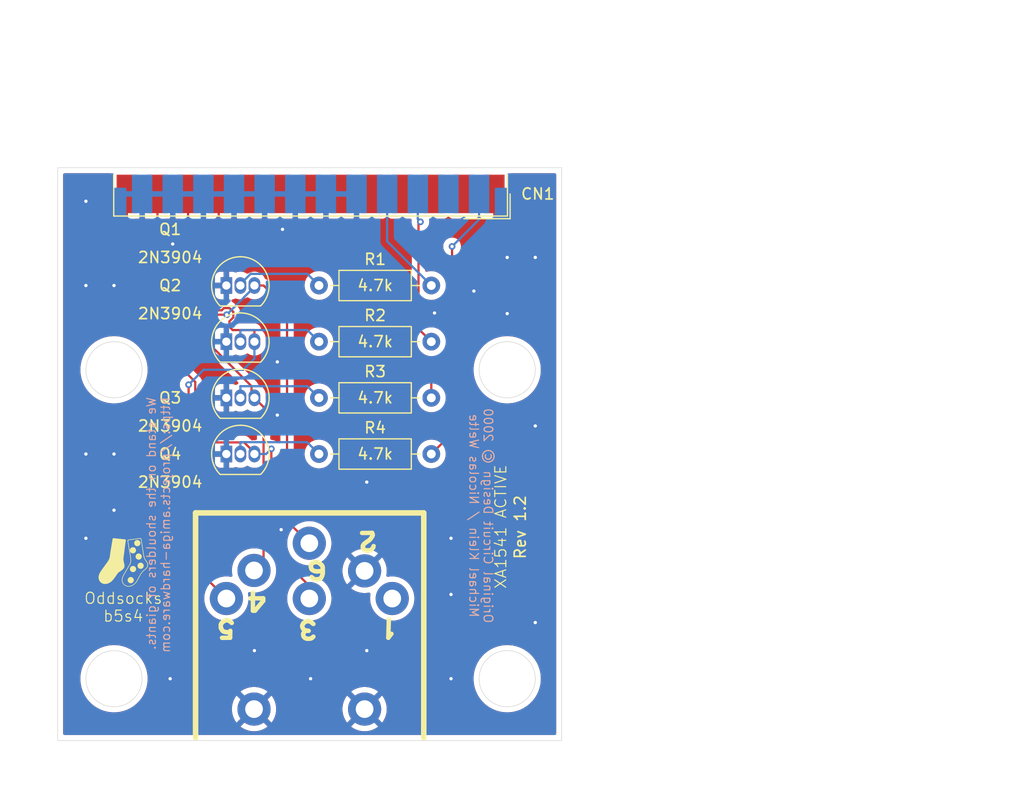
<source format=kicad_pcb>
(kicad_pcb (version 20241229) (generator "pcbnew") (generator_version "9.0")
  (title_block (title "b5s4 XA1541 active") (rev "1.2") (company "Oddsocks b5s4"))
  (layers (0 "F.Cu" signal) (2 "B.Cu" signal) (13 "F.Paste" user) (15 "B.Paste" user) (5 "F.SilkS" user "F.Silkscreen") (7 "B.SilkS" user "B.Silkscreen") (1 "F.Mask" user) (3 "B.Mask" user) (25 "Edge.Cuts" user))
  (net 0 "")
  (net 1 "Net-(CN1-Pin_12)")
  (net 2 "GND")
  (net 3 "Net-(CN1-Pin_10)")
  (net 8 "Net-(CN1-Pin_11)")
  (net 10 "Net-(CN1-Pin_17)")
  (net 12 "Net-(CN1-Pin_14)")
  (net 13 "Net-(CN1-Pin_16)")
  (net 15 "Net-(CN1-Pin_1)")
  (net 16 "Net-(CN1-Pin_13)")
  (net 20 "Net-(Q1-B)")
  (net 21 "Net-(Q2-B)")
  (net 22 "Net-(Q3-B)")
  (net 23 "Net-(Q4-B)")
  (footprint "Resistor_THT:R_Axial_DIN0207_L6.3mm_D2.5mm_P10.16mm_Horizontal" (layer "F.Cu") (at 120.1376 86.36)
    (property "Reference" "R1")
    (property "Value" "4.7k")
  )
  (footprint "ODDSOCKS:C64 Serial Connector" (layer "F.Cu") (at 119.2642 114.6691 180)
    (property "Reference" "CN2" (hide yes))
    (property "Value" "C64 Serial Connector - DIN 45322")
  )
  (footprint "Resistor_THT:R_Axial_DIN0207_L6.3mm_D2.5mm_P10.16mm_Horizontal" (layer "F.Cu") (at 120.1376 101.6)
    (property "Reference" "R4")
    (property "Value" "4.7k")
  )
  (footprint "Package_TO_SOT_THT:TO-92_Inline" (layer "F.Cu") (at 111.76 91.44)
    (property "Reference" "Q2")
    (property "Value" "2N3904")
  )
  (footprint "Package_TO_SOT_THT:TO-92_Inline" (layer "F.Cu") (at 111.76 86.36)
    (property "Reference" "Q1")
    (property "Value" "2N3904")
  )
  (footprint "Connector_Dsub:DSUB-25_Pins_EdgeMount_P2.77mm" (layer "F.Cu") (at 119.38 78.0775 180)
    (property "Reference" "CN1")
    (property "Value" "Male DB25 - Parallel Port")
  )
  (footprint "Resistor_THT:R_Axial_DIN0207_L6.3mm_D2.5mm_P10.16mm_Horizontal" (layer "F.Cu") (at 120.1376 96.52)
    (property "Reference" "R3")
    (property "Value" "4.7k")
  )
  (footprint "Package_TO_SOT_THT:TO-92_Inline" (layer "F.Cu") (at 111.76 101.6)
    (property "Reference" "Q4")
    (property "Value" "2N3904")
  )
  (footprint "Package_TO_SOT_THT:TO-92_Inline" (layer "F.Cu") (at 111.76 96.52)
    (property "Reference" "Q3")
    (property "Value" "2N3904")
  )
  (footprint "Resistor_THT:R_Axial_DIN0207_L6.3mm_D2.5mm_P10.16mm_Horizontal" (layer "F.Cu") (at 120.1376 91.44)
    (property "Reference" "R2")
    (property "Value" "4.7k")
  )
  (gr_poly (pts (xy 103.721178 109.378874) (xy 103.735365 109.379953) (xy 103.749346 109.38173) (xy 103.763103 109.384187) (xy 103.776619 109.387306) (xy 103.789876 109.391071) (xy 103.802857 109.395463) (xy 103.815543 109.400465) (xy 103.827918 109.406059) (xy 103.839964 109.412229) (xy 103.851663 109.418956) (xy 103.862997 109.426222) (xy 103.87395 109.434011) (xy 103.884504 109.442304) (xy 103.894641 109.451085) (xy 103.904343 109.460335) (xy 103.913593 109.470037) (xy 103.922374 109.480174) (xy 103.930667 109.490728) (xy 103.938456 109.501681) (xy 103.945722 109.513015) (xy 103.952449 109.524714) (xy 103.958619 109.53676) (xy 103.964213 109.549135) (xy 103.969215 109.561821) (xy 103.973607 109.574802) (xy 103.977372 109.588059) (xy 103.980491 109.601575) (xy 103.982948 109.615332) (xy 103.984725 109.629313) (xy 103.985804 109.6435) (xy 103.986167 109.657877) (xy 103.985804 109.672253) (xy 103.984725 109.68644) (xy 103.982948 109.700421) (xy 103.980491 109.714179) (xy 103.977372 109.727694) (xy 103.973607 109.740951) (xy 103.969215 109.753932) (xy 103.964213 109.766618) (xy 103.958619 109.778993) (xy 103.952449 109.791039) (xy 103.945722 109.802738) (xy 103.938456 109.814073) (xy 103.930667 109.825026) (xy 103.922374 109.835579) (xy 103.913593 109.845716) (xy 103.904343 109.855418) (xy 103.894641 109.864668) (xy 103.884504 109.873449) (xy 103.87395 109.881742) (xy 103.862997 109.889531) (xy 103.851663 109.896798) (xy 103.839964 109.903524) (xy 103.827918 109.909694) (xy 103.815543 109.915288) (xy 103.802857 109.92029) (xy 103.789876 109.924683) (xy 103.776619 109.928447) (xy 103.763103 109.931567) (xy 103.749346 109.934023) (xy 103.735365 109.9358) (xy 103.721178 109.936879) (xy 103.706802 109.937242) (xy 103.692425 109.936879) (xy 103.678238 109.9358) (xy 103.664257 109.934023) (xy 103.6505 109.931567) (xy 103.636984 109.928447) (xy 103.623727 109.924683) (xy 103.610746 109.92029) (xy 103.59806 109.915288) (xy 103.585685 109.909694) (xy 103.573639 109.903524) (xy 103.56194 109.896798) (xy 103.550605 109.889531) (xy 103.539653 109.881742) (xy 103.529099 109.873449) (xy 103.518962 109.864668) (xy 103.50926 109.855418) (xy 103.50001 109.845716) (xy 103.491229 109.835579) (xy 103.482936 109.825026) (xy 103.475147 109.814073) (xy 103.46788 109.802738) (xy 103.461154 109.791039) (xy 103.454984 109.778993) (xy 103.44939 109.766618) (xy 103.444388 109.753932) (xy 103.439995 109.740951) (xy 103.436231 109.727694) (xy 103.433111 109.714179) (xy 103.430655 109.700421) (xy 103.428878 109.68644) (xy 103.427799 109.672253) (xy 103.427436 109.657877) (xy 103.427799 109.6435) (xy 103.428878 109.629313) (xy 103.430655 109.615332) (xy 103.433111 109.601575) (xy 103.436231 109.588059) (xy 103.439995 109.574802) (xy 103.444388 109.561821) (xy 103.44939 109.549135) (xy 103.454984 109.53676) (xy 103.461154 109.524714) (xy 103.46788 109.513015) (xy 103.475147 109.501681) (xy 103.482936 109.490728) (xy 103.491229 109.480174) (xy 103.50001 109.470037) (xy 103.50926 109.460335) (xy 103.518962 109.451085) (xy 103.529099 109.442304) (xy 103.539653 109.434011) (xy 103.550605 109.426222) (xy 103.56194 109.418956) (xy 103.573639 109.412229) (xy 103.585685 109.406059) (xy 103.59806 109.400465) (xy 103.610746 109.395463) (xy 103.623727 109.391071) (xy 103.636984 109.387306) (xy 103.6505 109.384187) (xy 103.664257 109.38173) (xy 103.678238 109.379953) (xy 103.692425 109.378874) (xy 103.706802 109.378511)) (fill yes) (layer "F.SilkS"))
  (gr_poly (pts (xy 103.334783 111.722464) (xy 103.34897 111.723543) (xy 103.362952 111.725319) (xy 103.376709 111.727776) (xy 103.390225 111.730896) (xy 103.403482 111.73466) (xy 103.416462 111.739052) (xy 103.429149 111.744054) (xy 103.441523 111.749649) (xy 103.453569 111.755818) (xy 103.465268 111.762545) (xy 103.476603 111.769812) (xy 103.487556 111.777601) (xy 103.498109 111.785894) (xy 103.508246 111.794675) (xy 103.517948 111.803925) (xy 103.527198 111.813627) (xy 103.535979 111.823764) (xy 103.544272 111.834317) (xy 103.552061 111.84527) (xy 103.559328 111.856605) (xy 103.566055 111.868304) (xy 103.572224 111.88035) (xy 103.577819 111.892724) (xy 103.582821 111.905411) (xy 103.587213 111.918391) (xy 103.590977 111.931648) (xy 103.594097 111.945164) (xy 103.596554 111.958921) (xy 103.59833 111.972903) (xy 103.599409 111.98709) (xy 103.599772 112.001466) (xy 103.599409 112.015842) (xy 103.59833 112.03003) (xy 103.596554 112.044011) (xy 103.594097 112.057768) (xy 103.590977 112.071284) (xy 103.587213 112.084541) (xy 103.582821 112.097521) (xy 103.577819 112.110208) (xy 103.572224 112.122583) (xy 103.566055 112.134628) (xy 103.559328 112.146327) (xy 103.552061 112.157662) (xy 103.544272 112.168615) (xy 103.535979 112.179169) (xy 103.527198 112.189305) (xy 103.517948 112.199007) (xy 103.508246 112.208258) (xy 103.498109 112.217038) (xy 103.487556 112.225332) (xy 103.476603 112.23312) (xy 103.465268 112.240387) (xy 103.453569 112.247114) (xy 103.441523 112.253283) (xy 103.429149 112.258878) (xy 103.416462 112.26388) (xy 103.403482 112.268272) (xy 103.390225 112.272037) (xy 103.376709 112.275156) (xy 103.362952 112.277613) (xy 103.34897 112.27939) (xy 103.334783 112.280468) (xy 103.320407 112.280832) (xy 103.306031 112.280468) (xy 103.291843 112.27939) (xy 103.277862 112.277613) (xy 103.264105 112.275156) (xy 103.250589 112.272037) (xy 103.237332 112.268272) (xy 103.224352 112.26388) (xy 103.211665 112.258878) (xy 103.19929 112.253283) (xy 103.187245 112.247114) (xy 103.175546 112.240387) (xy 103.164211 112.23312) (xy 103.153258 112.225332) (xy 103.142704 112.217038) (xy 103.132568 112.208258) (xy 103.122865 112.199007) (xy 103.113615 112.189305) (xy 103.104835 112.179169) (xy 103.096541 112.168615) (xy 103.088752 112.157662) (xy 103.081486 112.146327) (xy 103.074759 112.134628) (xy 103.06859 112.122583) (xy 103.062995 112.110208) (xy 103.057993 112.097521) (xy 103.053601 112.084541) (xy 103.049836 112.071284) (xy 103.046717 112.057768) (xy 103.04426 112.044011) (xy 103.042483 112.03003) (xy 103.041405 112.015842) (xy 103.041041 112.001466) (xy 103.041405 111.98709) (xy 103.042483 111.972903) (xy 103.04426 111.958921) (xy 103.046717 111.945164) (xy 103.049836 111.931648) (xy 103.053601 111.918391) (xy 103.057993 111.905411) (xy 103.062995 111.892724) (xy 103.06859 111.88035) (xy 103.074759 111.868304) (xy 103.081486 111.856605) (xy 103.088752 111.84527) (xy 103.096541 111.834317) (xy 103.104835 111.823764) (xy 103.113615 111.813627) (xy 103.122865 111.803925) (xy 103.132568 111.794675) (xy 103.142704 111.785894) (xy 103.153258 111.777601) (xy 103.164211 111.769812) (xy 103.175546 111.762545) (xy 103.187245 111.755818) (xy 103.19929 111.749649) (xy 103.211665 111.744054) (xy 103.224352 111.739052) (xy 103.237332 111.73466) (xy 103.250589 111.730896) (xy 103.264105 111.727776) (xy 103.277862 111.725319) (xy 103.291843 111.723543) (xy 103.306031 111.722464) (xy 103.320407 111.7221)) (fill yes) (layer "F.SilkS"))
  (gr_poly (pts (xy 103.126939 112.724521) (xy 103.141127 112.7256) (xy 103.155108 112.727377) (xy 103.168865 112.729833) (xy 103.182381 112.732953) (xy 103.195638 112.736717) (xy 103.208619 112.74111) (xy 103.221305 112.746112) (xy 103.23368 112.751706) (xy 103.245725 112.757876) (xy 103.257424 112.764602) (xy 103.268759 112.771869) (xy 103.279712 112.779658) (xy 103.290266 112.787951) (xy 103.300402 112.796732) (xy 103.310105 112.805982) (xy 103.319355 112.815684) (xy 103.328135 112.825821) (xy 103.336429 112.836374) (xy 103.344218 112.847327) (xy 103.351484 112.858662) (xy 103.358211 112.870361) (xy 103.36438 112.882407) (xy 103.369975 112.894782) (xy 103.374977 112.907468) (xy 103.379369 112.920449) (xy 103.383134 112.933706) (xy 103.386253 112.947222) (xy 103.38871 112.960979) (xy 103.390486 112.97496) (xy 103.391565 112.989147) (xy 103.391929 113.003524) (xy 103.391565 113.0179) (xy 103.390486 113.032087) (xy 103.38871 113.046068) (xy 103.386253 113.059825) (xy 103.383134 113.073341) (xy 103.379369 113.086598) (xy 103.374977 113.099579) (xy 103.369975 113.112265) (xy 103.36438 113.12464) (xy 103.358211 113.136686) (xy 103.351484 113.148385) (xy 103.344218 113.159719) (xy 103.336429 113.170672) (xy 103.328135 113.181226) (xy 103.319355 113.191363) (xy 103.310105 113.201065) (xy 103.300402 113.210315) (xy 103.290266 113.219096) (xy 103.279712 113.227389) (xy 103.268759 113.235178) (xy 103.257424 113.242444) (xy 103.245725 113.249171) (xy 103.23368 113.255341) (xy 103.221305 113.260935) (xy 103.208619 113.265937) (xy 103.195638 113.270329) (xy 103.182381 113.274094) (xy 103.168865 113.277213) (xy 103.155108 113.27967) (xy 103.141127 113.281447) (xy 103.126939 113.282526) (xy 103.112563 113.282889) (xy 103.098187 113.282526) (xy 103.084 113.281447) (xy 103.070019 113.27967) (xy 103.056261 113.277213) (xy 103.042745 113.274094) (xy 103.029488 113.270329) (xy 103.016508 113.265937) (xy 103.003821 113.260935) (xy 102.991447 113.255341) (xy 102.979401 113.249171) (xy 102.967702 113.242444) (xy 102.956367 113.235178) (xy 102.945414 113.227389) (xy 102.934861 113.219096) (xy 102.924724 113.210315) (xy 102.915022 113.201065) (xy 102.905772 113.191363) (xy 102.896991 113.181226) (xy 102.888698 113.170672) (xy 102.880909 113.159719) (xy 102.873642 113.148385) (xy 102.866915 113.136686) (xy 102.860746 113.12464) (xy 102.855151 113.112265) (xy 102.850149 113.099579) (xy 102.845757 113.086598) (xy 102.841993 113.073341) (xy 102.838873 113.059825) (xy 102.836416 113.046068) (xy 102.83464 113.032087) (xy 102.833561 113.0179) (xy 102.833197 113.003524) (xy 102.833561 112.989147) (xy 102.83464 112.97496) (xy 102.836416 112.960979) (xy 102.838873 112.947222) (xy 102.841993 112.933706) (xy 102.845757 112.920449) (xy 102.850149 112.907468) (xy 102.855151 112.894782) (xy 102.860746 112.882407) (xy 102.866915 112.870361) (xy 102.873642 112.858662) (xy 102.880909 112.847327) (xy 102.888698 112.836374) (xy 102.896991 112.825821) (xy 102.905772 112.815684) (xy 102.915022 112.805982) (xy 102.924724 112.796732) (xy 102.934861 112.787951) (xy 102.945414 112.779658) (xy 102.956367 112.771869) (xy 102.967702 112.764602) (xy 102.979401 112.757876) (xy 102.991447 112.751706) (xy 103.003821 112.746112) (xy 103.016508 112.74111) (xy 103.029488 112.736717) (xy 103.042745 112.732953) (xy 103.056261 112.729833) (xy 103.070019 112.727377) (xy 103.084 112.7256) (xy 103.098187 112.724521) (xy 103.112563 112.724158)) (fill yes) (layer "F.SilkS"))
  (gr_poly (pts (xy 104.021391 111.426749) (xy 104.035578 111.427828) (xy 104.049559 111.429605) (xy 104.063317 111.432062) (xy 104.076832 111.435181) (xy 104.090089 111.438946) (xy 104.10307 111.443338) (xy 104.115756 111.44834) (xy 104.128131 111.453934) (xy 104.140177 111.460104) (xy 104.151876 111.466831) (xy 104.163211 111.474097) (xy 104.174164 111.481886) (xy 104.184717 111.490179) (xy 104.194854 111.49896) (xy 104.204556 111.50821) (xy 104.213806 111.517912) (xy 104.222587 111.528049) (xy 104.23088 111.538603) (xy 104.238669 111.549556) (xy 104.245936 111.56089) (xy 104.252662 111.572589) (xy 104.258832 111.584635) (xy 104.264426 111.59701) (xy 104.269429 111.609696) (xy 104.273821 111.622677) (xy 104.277585 111.635934) (xy 104.280705 111.64945) (xy 104.283162 111.663207) (xy 104.284938 111.677188) (xy 104.286017 111.691375) (xy 104.28638 111.705752) (xy 104.286017 111.720128) (xy 104.284938 111.734315) (xy 104.283162 111.748296) (xy 104.280705 111.762053) (xy 104.277585 111.775569) (xy 104.273821 111.788826) (xy 104.269429 111.801807) (xy 104.264426 111.814493) (xy 104.258832 111.826868) (xy 104.252662 111.838914) (xy 104.245936 111.850613) (xy 104.238669 111.861947) (xy 104.23088 111.8729) (xy 104.222587 111.883454) (xy 104.213806 111.893591) (xy 104.204556 111.903293) (xy 104.194854 111.912543) (xy 104.184717 111.921324) (xy 104.174164 111.929617) (xy 104.163211 111.937406) (xy 104.151876 111.944672) (xy 104.140177 111.951399) (xy 104.128131 111.957569) (xy 104.115756 111.963163) (xy 104.10307 111.968165) (xy 104.090089 111.972557) (xy 104.076832 111.976322) (xy 104.063317 111.979441) (xy 104.049559 111.981898) (xy 104.035578 111.983675) (xy 104.021391 111.984754) (xy 104.007015 111.985117) (xy 103.992638 111.984754) (xy 103.978451 111.983675) (xy 103.96447 111.981898) (xy 103.950713 111.979441) (xy 103.937197 111.976322) (xy 103.92394 111.972557) (xy 103.910959 111.968165) (xy 103.898273 111.963163) (xy 103.885898 111.957569) (xy 103.873852 111.951399) (xy 103.862153 111.944672) (xy 103.850819 111.937406) (xy 103.839866 111.929617) (xy 103.829312 111.921324) (xy 103.819176 111.912543) (xy 103.809473 111.903293) (xy 103.800223 111.893591) (xy 103.791443 111.883454) (xy 103.783149 111.8729) (xy 103.77536 111.861947) (xy 103.768094 111.850613) (xy 103.761367 111.838914) (xy 103.755198 111.826868) (xy 103.749603 111.814493) (xy 103.744601 111.801807) (xy 103.740209 111.788826) (xy 103.736444 111.775569) (xy 103.733325 111.762053) (xy 103.730868 111.748296) (xy 103.729091 111.734315) (xy 103.728013 111.720128) (xy 103.727649 111.705752) (xy 103.728013 111.691375) (xy 103.729091 111.677188) (xy 103.730868 111.663207) (xy 103.733325 111.64945) (xy 103.736444 111.635934) (xy 103.740209 111.622677) (xy 103.744601 111.609696) (xy 103.749603 111.59701) (xy 103.755198 111.584635) (xy 103.761367 111.572589) (xy 103.768094 111.56089) (xy 103.77536 111.549556) (xy 103.783149 111.538603) (xy 103.791443 111.528049) (xy 103.800223 111.517912) (xy 103.809473 111.50821) (xy 103.819176 111.49896) (xy 103.829312 111.490179) (xy 103.839866 111.481886) (xy 103.850819 111.474097) (xy 103.862153 111.466831) (xy 103.873852 111.460104) (xy 103.885898 111.453934) (xy 103.898273 111.44834) (xy 103.910959 111.443338) (xy 103.92394 111.438946) (xy 103.937197 111.435181) (xy 103.950713 111.432062) (xy 103.96447 111.429605) (xy 103.978451 111.427828) (xy 103.992638 111.426749) (xy 104.007015 111.426386)) (fill yes) (layer "F.SilkS"))
  (gr_poly (pts (xy 104.002417 109.235875) (xy 104.013 109.235875) (xy 104.018291 109.241167) (xy 104.023583 109.241167) (xy 104.04475 109.262334) (xy 104.04475 109.272917) (xy 104.050041 109.278209) (xy 104.050041 109.288792) (xy 104.055333 109.294084) (xy 104.055333 109.325834) (xy 104.060625 109.331125) (xy 104.060625 109.357584) (xy 104.065917 109.362875) (xy 104.065917 109.394625) (xy 104.071208 109.399917) (xy 104.071208 109.426375) (xy 104.0765 109.431667) (xy 104.0765 109.458125) (xy 104.081792 109.463417) (xy 104.081792 109.489875) (xy 104.087083 109.495167) (xy 104.087083 109.526917) (xy 104.092375 109.532209) (xy 104.092375 109.558667) (xy 104.097666 109.563959) (xy 104.097666 109.595709) (xy 104.102958 109.601) (xy 104.102958 109.627459) (xy 104.10825 109.63275) (xy 104.10825 109.659209) (xy 104.113541 109.6645) (xy 104.113541 109.690959) (xy 104.118833 109.69625) (xy 104.118833 109.722709) (xy 104.124125 109.728) (xy 104.124125 109.754459) (xy 104.129416 109.75975) (xy 104.129416 109.786209) (xy 104.134708 109.7915) (xy 104.134708 109.82325) (xy 104.14 109.828542) (xy 104.14 109.855) (xy 104.145292 109.860292) (xy 104.145292 109.897334) (xy 104.150583 109.902625) (xy 104.150583 109.934375) (xy 104.155875 109.939667) (xy 104.155875 109.971417) (xy 104.161167 109.976709) (xy 104.161167 110.003167) (xy 104.166458 110.008459) (xy 104.166458 110.034917) (xy 104.17175 110.040209) (xy 104.17175 110.071959) (xy 104.177041 110.07725) (xy 104.177041 110.109) (xy 104.182333 110.114292) (xy 104.182333 110.14075) (xy 104.187625 110.146042) (xy 104.187625 110.167209) (xy 104.192916 110.1725) (xy 104.192916 110.193667) (xy 104.198208 110.198959) (xy 104.198208 110.225417) (xy 104.2035 110.230709) (xy 104.2035 110.257167) (xy 104.208791 110.262459) (xy 104.208791 110.288917) (xy 104.214083 110.294209) (xy 104.214083 110.325959) (xy 104.219375 110.33125) (xy 104.219375 110.363) (xy 104.224667 110.368292) (xy 104.224667 110.389459) (xy 104.229958 110.39475) (xy 104.229958 110.4265) (xy 104.23525 110.431792) (xy 104.23525 110.468834) (xy 104.240542 110.474125) (xy 104.240542 110.500584) (xy 104.245833 110.505875) (xy 104.245833 110.542917) (xy 104.251125 110.548209) (xy 104.251125 110.579959) (xy 104.256416 110.58525) (xy 104.256416 110.617) (xy 104.261708 110.622292) (xy 104.261708 110.654042) (xy 104.267 110.659334) (xy 104.267 110.685792) (xy 104.272291 110.691084) (xy 104.272291 110.71225) (xy 104.277583 110.717542) (xy 104.277583 110.738709) (xy 104.282875 110.744) (xy 104.282875 110.759875) (xy 104.288166 110.765167) (xy 104.288166 110.781042) (xy 104.293458 110.786334) (xy 104.293458 110.802209) (xy 104.29875 110.8075) (xy 104.29875 110.823375) (xy 104.304042 110.828667) (xy 104.304042 110.849834) (xy 104.309333 110.855125) (xy 104.309333 110.871) (xy 104.314625 110.876292) (xy 104.314625 110.892167) (xy 104.319917 110.897459) (xy 104.319917 110.913334) (xy 104.325208 110.918625) (xy 104.325208 110.939792) (xy 104.3305 110.945084) (xy 104.3305 110.960959) (xy 104.335791 110.96625) (xy 104.335791 110.976834) (xy 104.341083 110.982125) (xy 104.341083 110.992709) (xy 104.346375 110.998) (xy 104.346375 111.003292) (xy 104.351666 111.008584) (xy 104.346375 111.013875) (xy 104.356958 111.024459) (xy 104.356958 111.02975) (xy 104.36225 111.035042) (xy 104.36225 111.045625) (xy 104.367541 111.050917) (xy 104.367541 111.056209) (xy 104.372833 111.0615) (xy 104.372833 111.066792) (xy 104.378125 111.072084) (xy 104.378125 111.077375) (xy 104.383417 111.082667) (xy 104.383417 111.09325) (xy 104.388708 111.098542) (xy 104.388708 111.103834) (xy 104.394 111.109125) (xy 104.394 111.114417) (xy 104.399292 111.119709) (xy 104.399292 111.125) (xy 104.404583 111.130292) (xy 104.404583 111.135584) (xy 104.415166 111.146167) (xy 104.415166 111.151459) (xy 104.42575 111.162042) (xy 104.42575 111.167333) (xy 104.436333 111.177917) (xy 104.436333 111.183209) (xy 104.446916 111.193792) (xy 104.446916 111.199084) (xy 104.462792 111.214959) (xy 104.462792 111.22025) (xy 104.473375 111.230834) (xy 104.473375 111.236125) (xy 104.48925 111.252) (xy 104.48925 111.257292) (xy 104.499833 111.267875) (xy 104.499833 111.273167) (xy 104.510416 111.28375) (xy 104.510416 111.289042) (xy 104.526291 111.304917) (xy 104.526291 111.310209) (xy 104.536875 111.320792) (xy 104.536875 111.326083) (xy 104.55275 111.341959) (xy 104.55275 111.34725) (xy 104.563333 111.357834) (xy 104.563333 111.363125) (xy 104.573916 111.373709) (xy 104.573916 111.379) (xy 104.5845 111.389584) (xy 104.5845 111.394875) (xy 104.589791 111.400167) (xy 104.589791 111.405458) (xy 104.595083 111.41075) (xy 104.595083 111.416042) (xy 104.605666 111.426625) (xy 104.605666 111.437209) (xy 104.610958 111.4425) (xy 104.610958 111.447792) (xy 104.61625 111.453084) (xy 104.61625 111.458375) (xy 104.621542 111.463667) (xy 104.621542 111.468958) (xy 104.626833 111.47425) (xy 104.626833 111.484834) (xy 104.632125 111.490125) (xy 104.632125 111.500709) (xy 104.637417 111.506) (xy 104.637417 111.521875) (xy 104.642708 111.527167) (xy 104.642708 111.543042) (xy 104.648 111.548333) (xy 104.648 111.585375) (xy 104.653291 111.590667) (xy 104.653291 111.648875) (xy 104.648 111.654167) (xy 104.648 111.691208) (xy 104.642708 111.6965) (xy 104.642708 111.717667) (xy 104.637417 111.722959) (xy 104.637417 111.738834) (xy 104.632125 111.744125) (xy 104.632125 111.754709) (xy 104.626833 111.76) (xy 104.626833 111.770583) (xy 104.621542 111.775875) (xy 104.621542 111.781167) (xy 104.61625 111.786458) (xy 104.61625 111.797042) (xy 104.610958 111.802334) (xy 104.610958 111.807625) (xy 104.605666 111.812917) (xy 104.605666 111.818209) (xy 104.600375 111.8235) (xy 104.600375 111.828792) (xy 104.595083 111.834084) (xy 104.595083 111.839375) (xy 104.589791 111.844667) (xy 104.589791 111.849958) (xy 104.579208 111.860542) (xy 104.579208 111.865833) (xy 104.568625 111.876417) (xy 104.568625 111.881709) (xy 104.558042 111.892292) (xy 104.558042 111.897584) (xy 104.542167 111.913459) (xy 104.542167 111.91875) (xy 104.441625 112.019292) (xy 104.436333 112.019292) (xy 104.415166 112.040459) (xy 104.409875 112.040459) (xy 104.388708 112.061625) (xy 104.383417 112.061625) (xy 104.367541 112.0775) (xy 104.36225 112.0775) (xy 104.346375 112.093375) (xy 104.341083 112.093375) (xy 104.3305 112.103958) (xy 104.325208 112.103958) (xy 104.293458 112.135709) (xy 104.288166 112.135709) (xy 104.272291 112.151584) (xy 104.267 112.151584) (xy 104.177041 112.241542) (xy 104.177041 112.246833) (xy 104.150583 112.273292) (xy 104.150583 112.278584) (xy 104.124125 112.305042) (xy 104.124125 112.310334) (xy 104.102958 112.3315) (xy 104.102958 112.336792) (xy 104.087083 112.352667) (xy 104.087083 112.357959) (xy 104.071208 112.373834) (xy 104.071208 112.379125) (xy 104.055333 112.395) (xy 104.055333 112.400292) (xy 104.04475 112.410875) (xy 104.04475 112.416167) (xy 104.034166 112.42675) (xy 104.034166 112.432042) (xy 104.023583 112.442625) (xy 104.023583 112.447917) (xy 104.018291 112.453209) (xy 104.018291 112.4585) (xy 104.007708 112.469084) (xy 104.007708 112.474375) (xy 104.002417 112.479667) (xy 104.002417 112.484958) (xy 103.997125 112.49025) (xy 103.997125 112.495542) (xy 103.986542 112.506125) (xy 103.986542 112.511417) (xy 103.98125 112.516709) (xy 103.98125 112.522) (xy 103.970666 112.532584) (xy 103.970666 112.537875) (xy 103.965375 112.543167) (xy 103.965375 112.548459) (xy 103.960083 112.55375) (xy 103.960083 112.559042) (xy 103.9495 112.569625) (xy 103.9495 112.574917) (xy 103.944208 112.580208) (xy 103.944208 112.5855) (xy 103.938916 112.590792) (xy 103.938916 112.596083) (xy 103.933625 112.601375) (xy 103.933625 112.606667) (xy 103.928333 112.611959) (xy 103.928333 112.61725) (xy 103.91775 112.627834) (xy 103.91775 112.633125) (xy 103.912458 112.638417) (xy 103.912458 112.643708) (xy 103.907167 112.649) (xy 103.907167 112.654292) (xy 103.901875 112.659583) (xy 103.901875 112.664875) (xy 103.891291 112.675458) (xy 103.891291 112.68075) (xy 103.886 112.686042) (xy 103.886 112.691334) (xy 103.880708 112.696625) (xy 103.880708 112.701917) (xy 103.875416 112.707209) (xy 103.875416 112.7125) (xy 103.870125 112.717792) (xy 103.870125 112.723083) (xy 103.859541 112.733667) (xy 103.859541 112.738958) (xy 103.85425 112.74425) (xy 103.85425 112.749542) (xy 103.848958 112.754833) (xy 103.848958 112.760125) (xy 103.843667 112.765417) (xy 103.843667 112.770709) (xy 103.838375 112.776) (xy 103.838375 112.781292) (xy 103.833083 112.786584) (xy 103.833083 112.791875) (xy 103.8225 112.802458) (xy 103.8225 112.80775) (xy 103.817208 112.813042) (xy 103.817208 112.818333) (xy 103.811917 112.823625) (xy 103.811917 112.828917) (xy 103.806625 112.834208) (xy 103.806625 112.8395) (xy 103.801333 112.844792) (xy 103.801333 112.850084) (xy 103.796041 112.855375) (xy 103.796041 112.860667) (xy 103.785458 112.87125) (xy 103.785458 112.881833) (xy 103.774875 112.892417) (xy 103.774875 112.897708) (xy 103.769583 112.903) (xy 103.769583 112.908292) (xy 103.764292 112.913583) (xy 103.764292 112.918875) (xy 103.759 112.924167) (xy 103.759 112.929459) (xy 103.753708 112.93475) (xy 103.753708 112.940042) (xy 103.748417 112.945334) (xy 103.748417 112.950625) (xy 103.743125 112.955917) (xy 103.743125 112.961208) (xy 103.737833 112.9665) (xy 103.737833 112.971792) (xy 103.72725 112.982375) (xy 103.72725 112.987667) (xy 103.721958 112.992958) (xy 103.721958 112.99825) (xy 103.716666 113.003542) (xy 103.716666 113.008834) (xy 103.711375 113.014125) (xy 103.711375 113.019417) (xy 103.706083 113.024709) (xy 103.706083 113.03) (xy 103.6955 113.040583) (xy 103.6955 113.045875) (xy 103.690208 113.051167) (xy 103.690208 113.056458) (xy 103.684917 113.06175) (xy 103.684917 113.067042) (xy 103.674333 113.077625) (xy 103.674333 113.082917) (xy 103.669042 113.088209) (xy 103.669042 113.0935) (xy 103.658458 113.104084) (xy 103.658458 113.109375) (xy 103.647875 113.119958) (xy 103.647875 113.12525) (xy 103.642583 113.130542) (xy 103.642583 113.135833) (xy 103.632 113.146417) (xy 103.632 113.151708) (xy 103.621416 113.162292) (xy 103.621416 113.167584) (xy 103.605542 113.183459) (xy 103.605542 113.18875) (xy 103.589667 113.204625) (xy 103.589667 113.209917) (xy 103.5685 113.231083) (xy 103.5685 113.236375) (xy 103.499708 113.305167) (xy 103.494417 113.305167) (xy 103.452083 113.3475) (xy 103.446792 113.3475) (xy 103.425625 113.368667) (xy 103.420333 113.368667) (xy 103.404458 113.384542) (xy 103.399166 113.384542) (xy 103.383291 113.400417) (xy 103.378 113.400417) (xy 103.362125 113.416292) (xy 103.356833 113.416292) (xy 103.34625 113.426875) (xy 103.340958 113.426875) (xy 103.330375 113.437458) (xy 103.325083 113.437458) (xy 103.3145 113.448042) (xy 103.309208 113.448042) (xy 103.298625 113.458625) (xy 103.293333 113.458625) (xy 103.28275 113.469208) (xy 103.277458 113.469208) (xy 103.272167 113.4745) (xy 103.266875 113.4745) (xy 103.261583 113.479792) (xy 103.256292 113.479792) (xy 103.251 113.485084) (xy 103.245708 113.485084) (xy 103.240416 113.490375) (xy 103.235125 113.490375) (xy 103.229833 113.495667) (xy 103.224541 113.495667) (xy 103.21925 113.500959) (xy 103.213958 113.500959) (xy 103.208667 113.50625) (xy 103.203375 113.50625) (xy 103.198083 113.511542) (xy 103.1875 113.511542) (xy 103.182208 113.516833) (xy 103.176917 113.516833) (xy 103.171625 113.522125) (xy 103.161041 113.522125) (xy 103.15575 113.527417) (xy 103.145166 113.527417) (xy 103.139875 113.532708) (xy 103.129292 113.532708) (xy 103.124 113.538) (xy 103.108125 113.538) (xy 103.102833 113.543292) (xy 103.086958 113.543292) (xy 103.081666 113.548583) (xy 103.065791 113.548583) (xy 103.0605 113.553875) (xy 103.039333 113.553875) (xy 103.034042 113.559167) (xy 103.002291 113.559167) (xy 102.997 113.564459) (xy 102.938792 113.564459) (xy 102.9335 113.56975) (xy 102.896458 113.56975) (xy 102.891167 113.564459) (xy 102.832958 113.564459) (xy 102.827666 113.559167) (xy 102.8065 113.559167) (xy 102.801208 113.553875) (xy 102.780042 113.553875) (xy 102.77475 113.548583) (xy 102.758875 113.548583) (xy 102.753583 113.543292) (xy 102.743 113.543292) (xy 102.737708 113.538) (xy 102.727125 113.538) (xy 102.721833 113.532708) (xy 102.71125 113.532708) (xy 102.705958 113.527417) (xy 102.700666 113.527417) (xy 102.695375 113.522125) (xy 102.690083 113.522125) (xy 102.684792 113.516833) (xy 102.6795 113.516833) (xy 102.674208 113.511542) (xy 102.668917 113.511542) (xy 102.663625 113.50625) (xy 102.658333 113.50625) (xy 102.653042 113.500959) (xy 102.64775 113.500959) (xy 102.642458 113.495667) (xy 102.637167 113.495667) (xy 102.631875 113.490375) (xy 102.626583 113.490375) (xy 102.621291 113.485084) (xy 102.616 113.485084) (xy 102.605417 113.4745) (xy 102.600125 113.4745) (xy 102.589542 113.463917) (xy 102.58425 113.463917) (xy 102.573667 113.453333) (xy 102.568375 113.453333) (xy 102.5525 113.437458) (xy 102.547208 113.437458) (xy 102.526042 113.416292) (xy 102.52075 113.416292) (xy 102.478417 113.373958) (xy 102.478417 113.368667) (xy 102.451958 113.342209) (xy 102.451958 113.336917) (xy 102.436083 113.321042) (xy 102.436083 113.31575) (xy 102.4255 113.305167) (xy 102.4255 113.299875) (xy 102.414917 113.289292) (xy 102.414917 113.284) (xy 102.409625 113.278708) (xy 102.409625 113.273417) (xy 102.404333 113.268125) (xy 102.404333 113.262834) (xy 102.399042 113.257542) (xy 102.399042 113.25225) (xy 102.39375 113.246959) (xy 102.39375 113.241667) (xy 102.388458 113.236375) (xy 102.388458 113.231083) (xy 102.383167 113.225792) (xy 102.383167 113.2205) (xy 102.377875 113.215208) (xy 102.377875 113.204625) (xy 102.372583 113.199333) (xy 102.372583 113.194042) (xy 102.367292 113.18875) (xy 102.367292 113.178167) (xy 102.362 113.172875) (xy 102.362 113.162292) (xy 102.356708 113.157) (xy 102.356708 113.141125) (xy 102.351417 113.135833) (xy 102.351417 113.119958) (xy 102.346125 113.114667) (xy 102.346125 113.0935) (xy 102.340833 113.088209) (xy 102.340833 113.056458) (xy 102.335542 113.051167) (xy 102.335542 112.924167) (xy 102.340833 112.918875) (xy 102.340833 112.887125) (xy 102.346125 112.881833) (xy 102.346125 112.860667) (xy 102.351417 112.855375) (xy 102.351417 112.8395) (xy 102.356708 112.834208) (xy 102.356708 112.818333) (xy 102.362 112.813042) (xy 102.362 112.802458) (xy 102.367292 112.797167) (xy 102.367292 112.781292) (xy 102.372583 112.776) (xy 102.372583 112.770709) (xy 102.377875 112.765417) (xy 102.377875 112.754833) (xy 102.383167 112.749542) (xy 102.383167 112.738958) (xy 102.388458 112.733667) (xy 102.388458 112.723083) (xy 102.39375 112.717792) (xy 102.39375 112.707209) (xy 102.399042 112.701917) (xy 102.399042 112.696625) (xy 102.404333 112.691334) (xy 102.404333 112.686042) (xy 102.409625 112.68075) (xy 102.409625 112.670167) (xy 102.414917 112.664875) (xy 102.414917 112.659583) (xy 102.420208 112.654292) (xy 102.420208 112.649) (xy 102.4255 112.643708) (xy 102.4255 112.638417) (xy 102.430792 112.633125) (xy 102.430792 112.622542) (xy 102.436083 112.61725) (xy 102.436083 112.611959) (xy 102.441375 112.606667) (xy 102.441375 112.601375) (xy 102.446667 112.596083) (xy 102.446667 112.590792) (xy 102.451958 112.5855) (xy 102.451958 112.580208) (xy 102.462541 112.569625) (xy 102.462541 112.564333) (xy 102.467833 112.559042) (xy 102.467833 112.55375) (xy 102.473125 112.548459) (xy 102.473125 112.543167) (xy 102.478417 112.537875) (xy 102.478417 112.532584) (xy 102.483708 112.527292) (xy 102.483708 112.522) (xy 102.489 112.516709) (xy 102.489 112.511417) (xy 102.494292 112.506125) (xy 102.494292 112.500833) (xy 102.499583 112.495542) (xy 102.499583 112.49025) (xy 102.510167 112.479667) (xy 102.510167 112.469084) (xy 102.52075 112.4585) (xy 102.52075 112.453209) (xy 102.526042 112.447917) (xy 102.526042 112.442625) (xy 102.531333 112.437334) (xy 102.531333 112.432042) (xy 102.541916 112.421458) (xy 102.541916 112.416167) (xy 102.547208 112.410875) (xy 102.547208 112.405583) (xy 102.5525 112.400292) (xy 102.5525 112.395) (xy 102.557792 112.389709) (xy 102.557792 112.384417) (xy 102.568375 112.373834) (xy 102.568375 112.368542) (xy 102.578958 112.357959) (xy 102.578958 112.352667) (xy 102.58425 112.347375) (xy 102.58425 112.342083) (xy 102.594833 112.3315) (xy 102.594833 112.326208) (xy 102.600125 112.320917) (xy 102.600125 112.315625) (xy 102.610708 112.305042) (xy 102.610708 112.29975) (xy 102.616 112.294459) (xy 102.616 112.289167) (xy 102.626583 112.278584) (xy 102.626583 112.273292) (xy 102.631875 112.268) (xy 102.631875 112.262708) (xy 102.637167 112.257417) (xy 102.637167 112.252125) (xy 102.64775 112.241542) (xy 102.64775 112.23625) (xy 102.653042 112.230959) (xy 102.653042 112.225667) (xy 102.663625 112.215084) (xy 102.663625 112.209792) (xy 102.668917 112.2045) (xy 102.668917 112.199209) (xy 102.6795 112.188625) (xy 102.6795 112.183333) (xy 102.684792 112.178042) (xy 102.684792 112.17275) (xy 102.695375 112.162167) (xy 102.695375 112.156875) (xy 102.700666 112.151584) (xy 102.700666 112.146292) (xy 102.71125 112.135709) (xy 102.71125 112.130417) (xy 102.716542 112.125125) (xy 102.716542 112.119834) (xy 102.721833 112.114542) (xy 102.721833 112.10925) (xy 102.732417 112.098667) (xy 102.732417 112.093375) (xy 102.743 112.082792) (xy 102.743 112.0775) (xy 102.753583 112.066917) (xy 102.753583 112.056334) (xy 102.764166 112.04575) (xy 102.764166 112.040459) (xy 102.769458 112.035167) (xy 102.769458 112.029875) (xy 102.780042 112.019292) (xy 102.780042 112.014) (xy 102.785333 112.008708) (xy 102.785333 112.003417) (xy 102.790625 111.998125) (xy 102.790625 111.992834) (xy 102.795917 111.987542) (xy 102.795917 111.98225) (xy 102.8065 111.971667) (xy 102.8065 111.966375) (xy 102.811792 111.961084) (xy 102.811792 111.955792) (xy 102.817083 111.9505) (xy 102.817083 111.945208) (xy 102.827666 111.934625) (xy 102.827666 111.929333) (xy 102.832958 111.924042) (xy 102.832958 111.91875) (xy 102.83825 111.913459) (xy 102.83825 111.908167) (xy 102.848833 111.897584) (xy 102.848833 111.892292) (xy 102.854125 111.887) (xy 102.854125 111.881709) (xy 102.859417 111.876417) (xy 102.859417 111.871125) (xy 102.87 111.860542) (xy 102.87 111.85525) (xy 102.875292 111.849958) (xy 102.875292 111.844667) (xy 102.880583 111.839375) (xy 102.880583 111.834084) (xy 102.891167 111.8235) (xy 102.891167 111.818209) (xy 102.896458 111.812917) (xy 102.896458 111.807625) (xy 102.90175 111.802334) (xy 102.90175 111.797042) (xy 102.912333 111.786458) (xy 102.912333 111.781167) (xy 102.917625 111.775875) (xy 102.917625 111.770583) (xy 102.928208 111.76) (xy 102.928208 111.754709) (xy 102.9335 111.749417) (xy 102.9335 111.744125) (xy 102.938792 111.738834) (xy 102.938792 111.733542) (xy 102.949375 111.722959) (xy 102.949375 111.717667) (xy 102.954667 111.712375) (xy 102.954667 111.707083) (xy 102.96525 111.6965) (xy 102.96525 111.691208) (xy 102.975833 111.680625) (xy 102.975833 111.675334) (xy 102.981125 111.670042) (xy 102.981125 111.66475) (xy 102.991708 111.654167) (xy 102.991708 111.648875) (xy 102.997 111.643584) (xy 102.997 111.638292) (xy 103.007583 111.627708) (xy 103.007583 111.622417) (xy 103.012875 111.617125) (xy 103.012875 111.611833) (xy 103.02875 111.595959) (xy 103.02875 111.585375) (xy 103.034042 111.580084) (xy 103.034042 111.574792) (xy 103.044625 111.564209) (xy 103.044625 111.558917) (xy 103.049917 111.553625) (xy 103.049917 111.548333) (xy 103.055208 111.543042) (xy 103.055208 111.532458) (xy 103.0605 111.527167) (xy 103.0605 111.516584) (xy 103.065791 111.511292) (xy 103.065791 111.500709) (xy 103.071083 111.495417) (xy 103.071083 111.484834) (xy 103.076375 111.479542) (xy 103.076375 111.468958) (xy 103.081666 111.463667) (xy 103.081666 111.453084) (xy 103.086958 111.447792) (xy 103.086958 111.431917) (xy 103.09225 111.426625) (xy 103.09225 111.41075) (xy 103.097542 111.405458) (xy 103.097542 111.389584) (xy 103.102833 111.384292) (xy 103.102833 111.363125) (xy 103.108125 111.357834) (xy 103.108125 111.331375) (xy 103.113417 111.326083) (xy 103.113417 111.28375) (xy 103.118708 111.278459) (xy 103.118708 111.172625) (xy 103.113417 111.167333) (xy 103.113417 111.109125) (xy 103.108125 111.103834) (xy 103.108125 111.066792) (xy 103.102833 111.0615) (xy 103.108125 111.056209) (xy 103.102833 111.050917) (xy 103.102833 111.003292) (xy 103.097542 110.998) (xy 103.097542 110.992709) (xy 103.102833 110.987417) (xy 103.097542 110.982125) (xy 103.097542 110.923917) (xy 103.09225 110.918625) (xy 103.09225 110.876292) (xy 103.086958 110.871) (xy 103.086958 110.844542) (xy 103.081666 110.83925) (xy 103.081666 110.812792) (xy 103.076375 110.8075) (xy 103.076375 110.786334) (xy 103.071083 110.781042) (xy 103.071083 110.759875) (xy 103.065791 110.754584) (xy 103.065791 110.733417) (xy 103.0605 110.728125) (xy 103.0605 110.701667) (xy 103.055208 110.696375) (xy 103.055208 110.669917) (xy 103.049917 110.664625) (xy 103.049917 110.638167) (xy 103.044625 110.632875) (xy 103.044625 110.611709) (xy 103.039333 110.606417) (xy 103.039333 110.58525) (xy 103.034042 110.579959) (xy 103.034042 110.5535) (xy 103.02875 110.548209) (xy 103.02875 110.527042) (xy 103.023458 110.52175) (xy 103.023458 110.495292) (xy 103.018167 110.49) (xy 103.018167 110.45825) (xy 103.012875 110.452959) (xy 103.012875 110.4265) (xy 103.007583 110.421209) (xy 103.007583 110.389459) (xy 103.002291 110.384167) (xy 103.002291 110.363) (xy 102.997 110.357709) (xy 102.997 110.336542) (xy 102.991708 110.33125) (xy 102.991708 110.304792) (xy 102.986416 110.2995) (xy 102.986416 110.278334) (xy 102.981125 110.273042) (xy 102.981125 110.246584) (xy 102.975833 110.241292) (xy 102.975833 110.220125) (xy 102.970542 110.214834) (xy 102.970542 110.188375) (xy 102.96525 110.183084) (xy 102.96525 110.156625) (xy 102.959958 110.151334) (xy 102.959958 110.130167) (xy 102.954667 110.124875) (xy 102.954667 110.098417) (xy 102.949375 110.093125) (xy 102.949375 110.066667) (xy 102.944083 110.061375) (xy 102.944083 110.034917) (xy 102.938792 110.029625) (xy 102.938792 110.003167) (xy 102.9335 109.997875) (xy 102.9335 109.971417) (xy 102.928208 109.966125) (xy 102.928208 109.934375) (xy 102.922916 109.929084) (xy 102.922916 109.897334) (xy 102.917625 109.892042) (xy 102.917625 109.844417) (xy 102.912333 109.839125) (xy 102.912333 109.812667) (xy 102.907041 109.807375) (xy 102.907041 109.780917) (xy 102.90175 109.775625) (xy 102.90175 109.749167) (xy 102.896458 109.743875) (xy 102.896458 109.717417) (xy 102.891167 109.712125) (xy 102.891167 109.685667) (xy 102.885875 109.680375) (xy 102.885875 109.653917) (xy 102.880583 109.648625) (xy 102.880583 109.622167) (xy 102.875292 109.616875) (xy 102.875292 109.590417) (xy 102.87 109.585125) (xy 102.87 109.558667) (xy 102.864708 109.553375) (xy 102.864708 109.521625) (xy 102.859417 109.516334) (xy 102.859417 109.489875) (xy 102.854125 109.484584) (xy 102.854125 109.458125) (xy 102.848833 109.452834) (xy 102.848833 109.421084) (xy 102.854125 109.415792) (xy 102.854125 109.4105) (xy 102.859417 109.405209) (xy 102.859417 109.399917) (xy 102.875292 109.384042) (xy 102.880583 109.384042) (xy 102.885875 109.37875) (xy 102.891167 109.37875) (xy 102.896458 109.373459) (xy 102.912333 109.373459) (xy 102.917625 109.368167) (xy 102.949375 109.368167) (xy 102.954667 109.362875) (xy 102.986416 109.362875) (xy 102.991708 109.357584) (xy 103.023458 109.357584) (xy 103.02875 109.352292) (xy 103.065791 109.352292) (xy 103.071083 109.347) (xy 103.102833 109.347) (xy 103.108125 109.341709) (xy 103.139875 109.341709) (xy 103.145166 109.336417) (xy 103.182208 109.336417) (xy 103.1875 109.331125) (xy 103.224541 109.331125) (xy 103.229833 109.325834) (xy 103.261583 109.325834) (xy 103.266875 109.320542) (xy 103.309208 109.320542) (xy 103.3145 109.31525) (xy 103.34625 109.31525) (xy 103.351542 109.309959) (xy 103.388583 109.309959) (xy 103.393875 109.304667) (xy 103.430917 109.304667) (xy 103.436208 109.299375) (xy 103.467958 109.299375) (xy 103.47325 109.294084) (xy 103.505 109.294084) (xy 103.510292 109.288792) (xy 103.547333 109.288792) (xy 103.552625 109.2835) (xy 103.584375 109.2835) (xy 103.589667 109.278209) (xy 103.626708 109.278209) (xy 103.632 109.272917) (xy 103.66375 109.272917) (xy 103.669042 109.267625) (xy 103.700791 109.267625) (xy 103.706083 109.262334) (xy 103.737833 109.262334) (xy 103.743125 109.257042) (xy 103.774875 109.257042) (xy 103.780166 109.25175) (xy 103.8225 109.25175) (xy 103.827792 109.246459) (xy 103.864833 109.246459) (xy 103.870125 109.241167) (xy 103.907167 109.241167) (xy 103.912458 109.235875) (xy 103.9495 109.235875) (xy 103.954791 109.230584) (xy 103.997125 109.230584)) (stroke (width 0.052916)) (fill no) (layer "F.SilkS"))
  (gr_poly (pts (xy 101.6 109.22) (xy 101.642333 109.22) (xy 101.647625 109.225292) (xy 101.700542 109.225292) (xy 101.705833 109.230584) (xy 101.753458 109.230584) (xy 101.75875 109.235875) (xy 101.801083 109.235875) (xy 101.806375 109.241167) (xy 101.854 109.241167) (xy 101.859292 109.246459) (xy 101.906917 109.246459) (xy 101.912208 109.25175) (xy 101.959833 109.25175) (xy 101.965125 109.257042) (xy 102.01275 109.257042) (xy 102.018042 109.262334) (xy 102.060375 109.262334) (xy 102.065667 109.267625) (xy 102.108 109.267625) (xy 102.113292 109.272917) (xy 102.166208 109.272917) (xy 102.1715 109.278209) (xy 102.213833 109.278209) (xy 102.219125 109.2835) (xy 102.26675 109.2835) (xy 102.272042 109.288792) (xy 102.314375 109.288792) (xy 102.319667 109.294084) (xy 102.367292 109.294084) (xy 102.372583 109.299375) (xy 102.414917 109.299375) (xy 102.420208 109.304667) (xy 102.467833 109.304667) (xy 102.473125 109.309959) (xy 102.52075 109.309959) (xy 102.526042 109.31525) (xy 102.568375 109.31525) (xy 102.573667 109.320542) (xy 102.610708 109.320542) (xy 102.616 109.325834) (xy 102.626583 109.325834) (xy 102.631875 109.331125) (xy 102.637167 109.331125) (xy 102.658333 109.352292) (xy 102.658333 109.357584) (xy 102.663625 109.362875) (xy 102.663625 109.368167) (xy 102.668917 109.373459) (xy 102.668917 109.431667) (xy 102.663625 109.436959) (xy 102.663625 109.468709) (xy 102.658333 109.474) (xy 102.658333 109.50575) (xy 102.653042 109.511042) (xy 102.653042 109.542792) (xy 102.64775 109.548084) (xy 102.64775 109.579834) (xy 102.642458 109.585125) (xy 102.642458 109.616875) (xy 102.637167 109.622167) (xy 102.637167 109.653917) (xy 102.631875 109.659209) (xy 102.631875 109.690959) (xy 102.626583 109.69625) (xy 102.626583 109.728) (xy 102.621291 109.733292) (xy 102.621291 109.75975) (xy 102.616 109.765042) (xy 102.616 109.796792) (xy 102.610708 109.802084) (xy 102.610708 109.82325) (xy 102.605417 109.828542) (xy 102.605417 109.865584) (xy 102.600125 109.870875) (xy 102.600125 109.902625) (xy 102.594833 109.907917) (xy 102.594833 109.939667) (xy 102.589542 109.944959) (xy 102.589542 109.976709) (xy 102.58425 109.982) (xy 102.58425 110.019042) (xy 102.578958 110.024334) (xy 102.578958 110.066667) (xy 102.573667 110.071959) (xy 102.573667 110.114292) (xy 102.568375 110.119584) (xy 102.568375 110.161917) (xy 102.563083 110.167209) (xy 102.563083 110.198959) (xy 102.557792 110.20425) (xy 102.557792 110.246584) (xy 102.5525 110.251875) (xy 102.5525 110.288917) (xy 102.547208 110.294209) (xy 102.547208 110.33125) (xy 102.541916 110.336542) (xy 102.541916 110.368292) (xy 102.536625 110.373584) (xy 102.536625 110.410625) (xy 102.531333 110.415917) (xy 102.531333 110.452959) (xy 102.526042 110.45825) (xy 102.526042 110.495292) (xy 102.52075 110.500584) (xy 102.52075 110.537625) (xy 102.515458 110.542917) (xy 102.515458 110.574667) (xy 102.510167 110.579959) (xy 102.510167 110.606417) (xy 102.504875 110.611709) (xy 102.504875 110.64875) (xy 102.499583 110.654042) (xy 102.499583 110.696375) (xy 102.494292 110.701667) (xy 102.494292 110.733417) (xy 102.489 110.738709) (xy 102.489 110.770459) (xy 102.483708 110.77575) (xy 102.483708 110.823375) (xy 102.478417 110.828667) (xy 102.478417 110.855125) (xy 102.473125 110.860417) (xy 102.473125 110.892167) (xy 102.467833 110.897459) (xy 102.467833 110.9345) (xy 102.462541 110.939792) (xy 102.462541 110.955667) (xy 102.45725 110.960959) (xy 102.462541 110.96625) (xy 102.462541 110.971542) (xy 102.45725 110.976834) (xy 102.45725 111.024459) (xy 102.451958 111.02975) (xy 102.451958 111.172625) (xy 102.45725 111.177917) (xy 102.45725 111.225542) (xy 102.462541 111.230834) (xy 102.462541 111.267875) (xy 102.467833 111.273167) (xy 102.467833 111.299625) (xy 102.473125 111.304917) (xy 102.473125 111.331375) (xy 102.478417 111.336667) (xy 102.478417 111.352542) (xy 102.483708 111.357834) (xy 102.483708 111.373709) (xy 102.489 111.379) (xy 102.489 111.394875) (xy 102.494292 111.400167) (xy 102.494292 111.416042) (xy 102.499583 111.421334) (xy 102.499583 111.437209) (xy 102.504875 111.4425) (xy 102.504875 111.458375) (xy 102.510167 111.463667) (xy 102.510167 111.479542) (xy 102.515458 111.484834) (xy 102.515458 111.500709) (xy 102.52075 111.506) (xy 102.52075 111.521875) (xy 102.526042 111.527167) (xy 102.526042 111.548333) (xy 102.531333 111.553625) (xy 102.531333 111.574792) (xy 102.536625 111.580084) (xy 102.536625 111.606542) (xy 102.541916 111.611833) (xy 102.541916 111.638292) (xy 102.547208 111.643584) (xy 102.547208 111.76) (xy 102.541916 111.765292) (xy 102.541916 111.786458) (xy 102.536625 111.79175) (xy 102.536625 111.807625) (xy 102.531333 111.812917) (xy 102.531333 111.8235) (xy 102.526042 111.828792) (xy 102.526042 111.839375) (xy 102.52075 111.844667) (xy 102.52075 111.85525) (xy 102.515458 111.860542) (xy 102.515458 111.865833) (xy 102.510167 111.871125) (xy 102.510167 111.881709) (xy 102.504875 111.887) (xy 102.504875 111.892292) (xy 102.499583 111.897584) (xy 102.499583 111.902875) (xy 102.489 111.913459) (xy 102.489 111.91875) (xy 102.483708 111.924042) (xy 102.483708 111.929333) (xy 102.478417 111.934625) (xy 102.478417 111.939917) (xy 102.467833 111.9505) (xy 102.467833 111.955792) (xy 102.441375 111.98225) (xy 102.441375 111.987542) (xy 102.436083 111.987542) (xy 102.372583 112.051042) (xy 102.367292 112.051042) (xy 102.335542 112.082792) (xy 102.33025 112.082792) (xy 102.309083 112.103958) (xy 102.303792 112.103958) (xy 102.287917 112.119834) (xy 102.282625 112.119834) (xy 102.272042 112.130417) (xy 102.26675 112.130417) (xy 102.250875 112.146292) (xy 102.245583 112.146292) (xy 102.235 112.156875) (xy 102.229708 112.156875) (xy 102.219125 112.167458) (xy 102.213833 112.167458) (xy 102.197958 112.183333) (xy 102.192667 112.183333) (xy 102.182083 112.193917) (xy 102.176792 112.193917) (xy 102.166208 112.2045) (xy 102.160917 112.2045) (xy 102.155625 112.209792) (xy 102.150333 112.209792) (xy 102.13975 112.220375) (xy 102.134458 112.220375) (xy 102.129167 112.225667) (xy 102.123875 112.225667) (xy 102.113292 112.23625) (xy 102.108 112.23625) (xy 102.092125 112.252125) (xy 102.086833 112.252125) (xy 102.070958 112.268) (xy 102.065667 112.268) (xy 102.049792 112.283875) (xy 102.0445 112.283875) (xy 102.023333 112.305042) (xy 102.018042 112.305042) (xy 101.933375 112.389709) (xy 101.933375 112.395) (xy 101.906917 112.421458) (xy 101.906917 112.42675) (xy 101.891042 112.442625) (xy 101.891042 112.447917) (xy 101.88575 112.453209) (xy 101.88575 112.4585) (xy 101.875167 112.469084) (xy 101.875167 112.474375) (xy 101.864583 112.484958) (xy 101.864583 112.49025) (xy 101.854 112.500833) (xy 101.854 112.506125) (xy 101.838125 112.522) (xy 101.838125 112.527292) (xy 101.827542 112.537875) (xy 101.827542 112.543167) (xy 101.816958 112.55375) (xy 101.816958 112.559042) (xy 101.806375 112.569625) (xy 101.806375 112.574917) (xy 101.795792 112.5855) (xy 101.795792 112.590792) (xy 101.785208 112.601375) (xy 101.785208 112.606667) (xy 101.774625 112.61725) (xy 101.774625 112.622542) (xy 101.769333 112.627834) (xy 101.769333 112.633125) (xy 101.75875 112.643708) (xy 101.75875 112.649) (xy 101.742875 112.664875) (xy 101.742875 112.670167) (xy 101.721708 112.691334) (xy 101.721708 112.696625) (xy 101.711125 112.707209) (xy 101.711125 112.7125) (xy 101.700542 112.723083) (xy 101.700542 112.728375) (xy 101.689958 112.738958) (xy 101.689958 112.74425) (xy 101.679375 112.754833) (xy 101.679375 112.760125) (xy 101.6635 112.776) (xy 101.6635 112.781292) (xy 101.652917 112.791875) (xy 101.652917 112.797167) (xy 101.637042 112.813042) (xy 101.637042 112.818333) (xy 101.621167 112.834208) (xy 101.621167 112.8395) (xy 101.605292 112.855375) (xy 101.605292 112.860667) (xy 101.589417 112.876542) (xy 101.589417 112.881833) (xy 101.562958 112.908292) (xy 101.562958 112.913583) (xy 101.5365 112.940042) (xy 101.5365 112.945334) (xy 101.499458 112.982375) (xy 101.499458 112.987667) (xy 101.451833 113.035292) (xy 101.451833 113.040583) (xy 101.361875 113.130542) (xy 101.356583 113.130542) (xy 101.340708 113.146417) (xy 101.335417 113.146417) (xy 101.319542 113.162292) (xy 101.31425 113.162292) (xy 101.303667 113.172875) (xy 101.298375 113.172875) (xy 101.287792 113.183459) (xy 101.2825 113.183459) (xy 101.271917 113.194042) (xy 101.266625 113.194042) (xy 101.256042 113.204625) (xy 101.25075 113.204625) (xy 101.240167 113.215208) (xy 101.234875 113.215208) (xy 101.224292 113.225792) (xy 101.219 113.225792) (xy 101.208417 113.236375) (xy 101.203125 113.236375) (xy 101.197833 113.241667) (xy 101.192542 113.241667) (xy 101.18725 113.246959) (xy 101.181958 113.246959) (xy 101.176667 113.25225) (xy 101.171375 113.25225) (xy 101.166083 113.257542) (xy 101.160792 113.257542) (xy 101.1555 113.262834) (xy 101.150208 113.262834) (xy 101.144917 113.268125) (xy 101.139625 113.268125) (xy 101.134333 113.273417) (xy 101.129042 113.273417) (xy 101.12375 113.278708) (xy 101.118458 113.278708) (xy 101.113167 113.284) (xy 101.102583 113.284) (xy 101.097292 113.289292) (xy 101.092 113.289292) (xy 101.086708 113.294583) (xy 101.081417 113.294583) (xy 101.076125 113.299875) (xy 101.065542 113.299875) (xy 101.06025 113.305167) (xy 101.049667 113.305167) (xy 101.044375 113.310458) (xy 101.033792 113.310458) (xy 101.0285 113.31575) (xy 101.017917 113.31575) (xy 101.012625 113.321042) (xy 100.99675 113.321042) (xy 100.991458 113.326334) (xy 100.980875 113.326334) (xy 100.975583 113.331625) (xy 100.959708 113.331625) (xy 100.954417 113.336917) (xy 100.93325 113.336917) (xy 100.927958 113.342209) (xy 100.906792 113.342209) (xy 100.9015 113.3475) (xy 100.86975 113.3475) (xy 100.864458 113.352792) (xy 100.726875 113.352792) (xy 100.721583 113.3475) (xy 100.695125 113.3475) (xy 100.689833 113.342209) (xy 100.668667 113.342209) (xy 100.663375 113.336917) (xy 100.6475 113.336917) (xy 100.642208 113.331625) (xy 100.631625 113.331625) (xy 100.626333 113.326334) (xy 100.61575 113.326334) (xy 100.610458 113.321042) (xy 100.594583 113.321042) (xy 100.589292 113.31575) (xy 100.584 113.31575) (xy 100.578708 113.310458) (xy 100.568125 113.310458) (xy 100.562833 113.305167) (xy 100.557542 113.305167) (xy 100.55225 113.299875) (xy 100.546958 113.299875) (xy 100.541667 113.294583) (xy 100.536375 113.294583) (xy 100.531083 113.289292) (xy 100.525792 113.289292) (xy 100.5205 113.284) (xy 100.515208 113.284) (xy 100.509917 113.278708) (xy 100.504625 113.278708) (xy 100.499333 113.273417) (xy 100.494042 113.273417) (xy 100.48875 113.268125) (xy 100.483458 113.268125) (xy 100.472875 113.257542) (xy 100.467583 113.257542) (xy 100.457 113.246959) (xy 100.451708 113.246959) (xy 100.441125 113.236375) (xy 100.435833 113.236375) (xy 100.419958 113.2205) (xy 100.414667 113.2205) (xy 100.340583 113.146417) (xy 100.340583 113.141125) (xy 100.324708 113.12525) (xy 100.324708 113.119958) (xy 100.314125 113.109375) (xy 100.314125 113.104084) (xy 100.303542 113.0935) (xy 100.303542 113.088209) (xy 100.292958 113.077625) (xy 100.292958 113.072333) (xy 100.287667 113.067042) (xy 100.287667 113.06175) (xy 100.277083 113.051167) (xy 100.277083 113.045875) (xy 100.271792 113.040583) (xy 100.271792 113.035292) (xy 100.2665 113.03) (xy 100.2665 113.024709) (xy 100.261208 113.019417) (xy 100.261208 113.008834) (xy 100.255917 113.003542) (xy 100.255917 112.99825) (xy 100.250625 112.992958) (xy 100.250625 112.987667) (xy 100.245333 112.982375) (xy 100.245333 112.971792) (xy 100.240042 112.9665) (xy 100.240042 112.955917) (xy 100.23475 112.950625) (xy 100.23475 112.940042) (xy 100.229458 112.93475) (xy 100.229458 112.924167) (xy 100.224167 112.918875) (xy 100.224167 112.903) (xy 100.218875 112.897708) (xy 100.218875 112.876542) (xy 100.213583 112.87125) (xy 100.213583 112.850084) (xy 100.208292 112.844792) (xy 100.208292 112.797167) (xy 100.203 112.791875) (xy 100.203 112.7125) (xy 100.208292 112.707209) (xy 100.208292 112.664875) (xy 100.213583 112.659583) (xy 100.213583 112.633125) (xy 100.218875 112.627834) (xy 100.218875 112.611959) (xy 100.224167 112.606667) (xy 100.224167 112.590792) (xy 100.229458 112.5855) (xy 100.229458 112.569625) (xy 100.23475 112.564333) (xy 100.23475 112.548459) (xy 100.240042 112.543167) (xy 100.240042 112.532584) (xy 100.245333 112.527292) (xy 100.245333 112.516709) (xy 100.250625 112.511417) (xy 100.250625 112.506125) (xy 100.255917 112.500833) (xy 100.255917 112.49025) (xy 100.261208 112.484958) (xy 100.261208 112.479667) (xy 100.2665 112.474375) (xy 100.2665 112.463792) (xy 100.271792 112.4585) (xy 100.271792 112.453209) (xy 100.277083 112.447917) (xy 100.277083 112.437334) (xy 100.282375 112.432042) (xy 100.282375 112.42675) (xy 100.287667 112.421458) (xy 100.287667 112.416167) (xy 100.292958 112.410875) (xy 100.292958 112.400292) (xy 100.29825 112.395) (xy 100.29825 112.389709) (xy 100.303542 112.384417) (xy 100.303542 112.379125) (xy 100.308833 112.373834) (xy 100.308833 112.368542) (xy 100.314125 112.36325) (xy 100.314125 112.357959) (xy 100.319417 112.352667) (xy 100.319417 112.347375) (xy 100.324708 112.342083) (xy 100.324708 112.336792) (xy 100.33 112.3315) (xy 100.33 112.326208) (xy 100.335292 112.320917) (xy 100.335292 112.315625) (xy 100.345875 112.305042) (xy 100.345875 112.29975) (xy 100.351167 112.294459) (xy 100.351167 112.289167) (xy 100.36175 112.278584) (xy 100.36175 112.273292) (xy 100.372333 112.262708) (xy 100.372333 112.257417) (xy 100.377625 112.252125) (xy 100.377625 112.246833) (xy 100.388208 112.23625) (xy 100.388208 112.230959) (xy 100.398792 112.220375) (xy 100.398792 112.215084) (xy 100.409375 112.2045) (xy 100.409375 112.199209) (xy 100.419958 112.188625) (xy 100.419958 112.183333) (xy 100.430542 112.17275) (xy 100.430542 112.167458) (xy 100.441125 112.156875) (xy 100.441125 112.151584) (xy 100.451708 112.141) (xy 100.451708 112.135709) (xy 100.462292 112.125125) (xy 100.462292 112.119834) (xy 100.472875 112.10925) (xy 100.472875 112.103958) (xy 100.483458 112.093375) (xy 100.483458 112.088083) (xy 100.499333 112.072209) (xy 100.499333 112.066917) (xy 100.509917 112.056334) (xy 100.509917 112.051042) (xy 100.5205 112.040459) (xy 100.5205 112.035167) (xy 100.536375 112.019292) (xy 100.536375 112.014) (xy 100.541667 112.008708) (xy 100.541667 112.003417) (xy 100.557542 111.987542) (xy 100.557542 111.98225) (xy 100.568125 111.971667) (xy 100.568125 111.966375) (xy 100.584 111.9505) (xy 100.584 111.945208) (xy 100.594583 111.934625) (xy 100.594583 111.929333) (xy 100.610458 111.913459) (xy 100.610458 111.908167) (xy 100.626333 111.892292) (xy 100.626333 111.887) (xy 100.636917 111.876417) (xy 100.636917 111.871125) (xy 100.652792 111.85525) (xy 100.652792 111.849958) (xy 100.668667 111.834084) (xy 100.668667 111.828792) (xy 100.684542 111.812917) (xy 100.684542 111.807625) (xy 100.700417 111.79175) (xy 100.700417 111.786458) (xy 100.716292 111.770583) (xy 100.716292 111.765292) (xy 100.732167 111.749417) (xy 100.732167 111.744125) (xy 100.74275 111.733542) (xy 100.74275 111.72825) (xy 100.758625 111.712375) (xy 100.758625 111.707083) (xy 100.7745 111.691208) (xy 100.7745 111.685917) (xy 100.790375 111.670042) (xy 100.790375 111.66475) (xy 100.80625 111.648875) (xy 100.80625 111.643584) (xy 100.822125 111.627708) (xy 100.822125 111.622417) (xy 100.838 111.606542) (xy 100.838 111.60125) (xy 100.853875 111.585375) (xy 100.853875 111.580084) (xy 100.86975 111.564209) (xy 100.86975 111.558917) (xy 100.875042 111.553625) (xy 100.875042 111.548333) (xy 100.885625 111.53775) (xy 100.885625 111.532458) (xy 100.9015 111.516584) (xy 100.9015 111.511292) (xy 100.912083 111.500709) (xy 100.912083 111.495417) (xy 100.927958 111.479542) (xy 100.927958 111.47425) (xy 100.938542 111.463667) (xy 100.938542 111.458375) (xy 100.954417 111.4425) (xy 100.954417 111.437209) (xy 100.970292 111.421334) (xy 100.970292 111.416042) (xy 100.980875 111.405458) (xy 100.980875 111.400167) (xy 100.99675 111.384292) (xy 100.99675 111.379) (xy 101.007333 111.368417) (xy 101.007333 111.363125) (xy 101.017917 111.352542) (xy 101.017917 111.34725) (xy 101.0285 111.336667) (xy 101.0285 111.331375) (xy 101.039083 111.320792) (xy 101.039083 111.3155) (xy 101.049667 111.304917) (xy 101.049667 111.299625) (xy 101.06025 111.289042) (xy 101.06025 111.28375) (xy 101.065542 111.278459) (xy 101.065542 111.273167) (xy 101.076125 111.262584) (xy 101.076125 111.257292) (xy 101.086708 111.246708) (xy 101.086708 111.241417) (xy 101.092 111.236125) (xy 101.092 111.230834) (xy 101.097292 111.225542) (xy 101.097292 111.22025) (xy 101.102583 111.214959) (xy 101.102583 111.209667) (xy 101.107875 111.204375) (xy 101.107875 111.199084) (xy 101.118458 111.1885) (xy 101.118458 111.183209) (xy 101.12375 111.177917) (xy 101.12375 111.172625) (xy 101.129042 111.167333) (xy 101.129042 111.162042) (xy 101.134333 111.15675) (xy 101.134333 111.146167) (xy 101.139625 111.140875) (xy 101.139625 111.135584) (xy 101.144917 111.130292) (xy 101.144917 111.125) (xy 101.150208 111.119709) (xy 101.150208 111.114417) (xy 101.1555 111.109125) (xy 101.1555 111.103834) (xy 101.160792 111.098542) (xy 101.160792 111.087959) (xy 101.166083 111.082667) (xy 101.166083 111.072084) (xy 101.171375 111.066792) (xy 101.171375 111.0615) (xy 101.176667 111.056209) (xy 101.176667 111.045625) (xy 101.181958 111.040334) (xy 101.181958 111.035042) (xy 101.18725 111.02975) (xy 101.18725 111.019167) (xy 101.192542 111.013875) (xy 101.192542 111.003292) (xy 101.197833 110.998) (xy 101.197833 110.987417) (xy 101.203125 110.982125) (xy 101.203125 110.96625) (xy 101.208417 110.960959) (xy 101.208417 110.945084) (xy 101.213708 110.939792) (xy 101.213708 110.913334) (xy 101.219 110.908042) (xy 101.219 110.886875) (xy 101.224292 110.881584) (xy 101.224292 110.849834) (xy 101.229583 110.844542) (xy 101.229583 110.796917) (xy 101.234875 110.791625) (xy 101.234875 110.754584) (xy 101.240167 110.749292) (xy 101.240167 110.717542) (xy 101.245458 110.71225) (xy 101.245458 110.675209) (xy 101.25075 110.669917) (xy 101.25075 110.643459) (xy 101.256042 110.638167) (xy 101.256042 110.606417) (xy 101.261333 110.601125) (xy 101.261333 110.564084) (xy 101.266625 110.558792) (xy 101.266625 110.532334) (xy 101.271917 110.527042) (xy 101.271917 110.500584) (xy 101.277208 110.495292) (xy 101.277208 110.463542) (xy 101.2825 110.45825) (xy 101.2825 110.4265) (xy 101.287792 110.421209) (xy 101.287792 110.389459) (xy 101.293083 110.384167) (xy 101.293083 110.357709) (xy 101.298375 110.352417) (xy 101.298375 110.325959) (xy 101.303667 110.320667) (xy 101.303667 110.294209) (xy 101.308958 110.288917) (xy 101.308958 110.262459) (xy 101.31425 110.257167) (xy 101.31425 110.230709) (xy 101.319542 110.225417) (xy 101.319542 110.198959) (xy 101.324833 110.193667) (xy 101.324833 110.167209) (xy 101.330125 110.161917) (xy 101.330125 110.135459) (xy 101.335417 110.130167) (xy 101.335417 110.103709) (xy 101.340708 110.098417) (xy 101.340708 110.07725) (xy 101.346 110.071959) (xy 101.346 110.0455) (xy 101.351292 110.040209) (xy 101.351292 110.01375) (xy 101.356583 110.008459) (xy 101.356583 109.987292) (xy 101.361875 109.982) (xy 101.361875 109.95025) (xy 101.367167 109.944959) (xy 101.367167 109.9185) (xy 101.372458 109.913209) (xy 101.372458 109.892042) (xy 101.37775 109.88675) (xy 101.37775 109.860292) (xy 101.383042 109.855) (xy 101.383042 109.828542) (xy 101.388333 109.82325) (xy 101.388333 109.7915) (xy 101.393625 109.786209) (xy 101.393625 109.765042) (xy 101.398917 109.75975) (xy 101.398917 109.733292) (xy 101.404208 109.728) (xy 101.404208 109.701542) (xy 101.4095 109.69625) (xy 101.4095 109.6645) (xy 101.414792 109.659209) (xy 101.414792 109.638042) (xy 101.420083 109.63275) (xy 101.420083 109.606292) (xy 101.425375 109.601) (xy 101.425375 109.574542) (xy 101.430667 109.56925) (xy 101.430667 109.542792) (xy 101.435958 109.5375) (xy 101.435958 109.511042) (xy 101.44125 109.50575) (xy 101.44125 109.479292) (xy 101.446542 109.474) (xy 101.446542 109.447542) (xy 101.451833 109.44225) (xy 101.451833 109.4105) (xy 101.457125 109.405209) (xy 101.457125 109.37875) (xy 101.462417 109.373459) (xy 101.462417 109.347) (xy 101.467708 109.341709) (xy 101.467708 109.309959) (xy 101.473 109.304667) (xy 101.473 109.278209) (xy 101.478292 109.272917) (xy 101.478292 109.262334) (xy 101.483583 109.257042) (xy 101.483583 109.25175) (xy 101.488875 109.246459) (xy 101.488875 109.241167) (xy 101.50475 109.225292) (xy 101.510042 109.225292) (xy 101.515333 109.22) (xy 101.520625 109.22) (xy 101.525917 109.214709) (xy 101.594708 109.214709)) (stroke (width 0.005291)) (fill yes) (layer "F.SilkS"))
  (gr_poly (pts (xy 103.847281 110.594546) (xy 103.861469 110.595625) (xy 103.87545 110.597401) (xy 103.889207 110.599858) (xy 103.902723 110.602977) (xy 103.91598 110.606742) (xy 103.92896 110.611134) (xy 103.941647 110.616136) (xy 103.954022 110.621731) (xy 103.966067 110.6279) (xy 103.977766 110.634627) (xy 103.989101 110.641894) (xy 104.000054 110.649682) (xy 104.010608 110.657976) (xy 104.020744 110.666756) (xy 104.030447 110.676007) (xy 104.039697 110.685709) (xy 104.048477 110.695845) (xy 104.056771 110.706399) (xy 104.06456 110.717352) (xy 104.071826 110.728687) (xy 104.078553 110.740386) (xy 104.084722 110.752431) (xy 104.090317 110.764806) (xy 104.095319 110.777493) (xy 104.099711 110.790473) (xy 104.103476 110.80373) (xy 104.106595 110.817246) (xy 104.109052 110.831003) (xy 104.110829 110.844984) (xy 104.111907 110.859172) (xy 104.112271 110.873548) (xy 104.111907 110.887924) (xy 104.110829 110.902111) (xy 104.109052 110.916093) (xy 104.106595 110.92985) (xy 104.103476 110.943366) (xy 104.099711 110.956623) (xy 104.095319 110.969603) (xy 104.090317 110.98229) (xy 104.084722 110.994664) (xy 104.078553 111.00671) (xy 104.071826 111.018409) (xy 104.06456 111.029744) (xy 104.056771 111.040697) (xy 104.048477 111.05125) (xy 104.039697 111.061387) (xy 104.030447 111.071089) (xy 104.020744 111.080339) (xy 104.010608 111.08912) (xy 104.000054 111.097413) (xy 103.989101 111.105202) (xy 103.977766 111.112469) (xy 103.966067 111.119196) (xy 103.954022 111.125365) (xy 103.941647 111.13096) (xy 103.92896 111.135962) (xy 103.91598 111.140354) (xy 103.902723 111.144118) (xy 103.889207 111.147238) (xy 103.87545 111.149695) (xy 103.861469 111.151471) (xy 103.847281 111.15255) (xy 103.832905 111.152914) (xy 103.818529 111.15255) (xy 103.804342 111.151471) (xy 103.79036 111.149695) (xy 103.776603 111.147238) (xy 103.763087 111.144118) (xy 103.74983 111.140354) (xy 103.73685 111.135962) (xy 103.724163 111.13096) (xy 103.711789 111.125365) (xy 103.699743 111.119196) (xy 103.688044 111.112469) (xy 103.676709 111.105202) (xy 103.665756 111.097413) (xy 103.655203 111.08912) (xy 103.645066 111.080339) (xy 103.635364 111.071089) (xy 103.626114 111.061387) (xy 103.617333 111.05125) (xy 103.60904 111.040697) (xy 103.601251 111.029744) (xy 103.593984 111.018409) (xy 103.587257 111.00671) (xy 103.581088 110.994664) (xy 103.575493 110.98229) (xy 103.570491 110.969603) (xy 103.566099 110.956623) (xy 103.562335 110.943366) (xy 103.559215 110.92985) (xy 103.556758 110.916093) (xy 103.554982 110.902111) (xy 103.553903 110.887924) (xy 103.55354 110.873548) (xy 103.553903 110.859172) (xy 103.554982 110.844984) (xy 103.556758 110.831003) (xy 103.559215 110.817246) (xy 103.562335 110.80373) (xy 103.566099 110.790473) (xy 103.570491 110.777493) (xy 103.575493 110.764806) (xy 103.581088 110.752431) (xy 103.587257 110.740386) (xy 103.593984 110.728687) (xy 103.601251 110.717352) (xy 103.60904 110.706399) (xy 103.617333 110.695845) (xy 103.626114 110.685709) (xy 103.635364 110.676007) (xy 103.645066 110.666756) (xy 103.655203 110.657976) (xy 103.665756 110.649682) (xy 103.676709 110.641894) (xy 103.688044 110.634627) (xy 103.699743 110.6279) (xy 103.711789 110.621731) (xy 103.724163 110.616136) (xy 103.73685 110.611134) (xy 103.74983 110.606742) (xy 103.763087 110.602977) (xy 103.776603 110.599858) (xy 103.79036 110.597401) (xy 103.804342 110.595625) (xy 103.818529 110.594546) (xy 103.832905 110.594182)) (fill yes) (layer "F.SilkS"))
  (gr_poly (pts (xy 103.327286 110.026447) (xy 103.341474 110.027526) (xy 103.355455 110.029302) (xy 103.369212 110.031759) (xy 103.382728 110.034878) (xy 103.395985 110.038643) (xy 103.408965 110.043035) (xy 103.421652 110.048037) (xy 103.434027 110.053632) (xy 103.446072 110.059801) (xy 103.457771 110.066528) (xy 103.469106 110.073794) (xy 103.480059 110.081583) (xy 103.490613 110.089877) (xy 103.500749 110.098657) (xy 103.510452 110.107908) (xy 103.519702 110.11761) (xy 103.528482 110.127746) (xy 103.536776 110.1383) (xy 103.544565 110.149253) (xy 103.551831 110.160588) (xy 103.558558 110.172287) (xy 103.564727 110.184332) (xy 103.570322 110.196707) (xy 103.575324 110.209394) (xy 103.579716 110.222374) (xy 103.583481 110.235631) (xy 103.5866 110.249147) (xy 103.589057 110.262904) (xy 103.590833 110.276885) (xy 103.591912 110.291073) (xy 103.592276 110.305449) (xy 103.591912 110.319825) (xy 103.590833 110.334012) (xy 103.589057 110.347993) (xy 103.5866 110.361751) (xy 103.583481 110.375267) (xy 103.579716 110.388524) (xy 103.575324 110.401504) (xy 103.570322 110.414191) (xy 103.564727 110.426565) (xy 103.558558 110.438611) (xy 103.551831 110.45031) (xy 103.544565 110.461645) (xy 103.536776 110.472598) (xy 103.528482 110.483151) (xy 103.519702 110.493288) (xy 103.510452 110.50299) (xy 103.500749 110.51224) (xy 103.490613 110.521021) (xy 103.480059 110.529314) (xy 103.469106 110.537103) (xy 103.457771 110.54437) (xy 103.446072 110.551097) (xy 103.434027 110.557266) (xy 103.421652 110.562861) (xy 103.408965 110.567863) (xy 103.395985 110.572255) (xy 103.382728 110.576019) (xy 103.369212 110.579139) (xy 103.355455 110.581596) (xy 103.341474 110.583372) (xy 103.327286 110.584451) (xy 103.31291 110.584815) (xy 103.298534 110.584451) (xy 103.284347 110.583372) (xy 103.270366 110.581596) (xy 103.256608 110.579139) (xy 103.243092 110.576019) (xy 103.229835 110.572255) (xy 103.216855 110.567863) (xy 103.204168 110.562861) (xy 103.191794 110.557266) (xy 103.179748 110.551097) (xy 103.168049 110.54437) (xy 103.156714 110.537103) (xy 103.145761 110.529314) (xy 103.135208 110.521021) (xy 103.125071 110.51224) (xy 103.115369 110.50299) (xy 103.106119 110.493288) (xy 103.097338 110.483151) (xy 103.089045 110.472598) (xy 103.081256 110.461645) (xy 103.073989 110.45031) (xy 103.067262 110.438611) (xy 103.061093 110.426565) (xy 103.055498 110.414191) (xy 103.050496 110.401504) (xy 103.046104 110.388524) (xy 103.04234 110.375267) (xy 103.03922 110.361751) (xy 103.036763 110.347993) (xy 103.034987 110.334012) (xy 103.033908 110.319825) (xy 103.033544 110.305449) (xy 103.033908 110.291073) (xy 103.034987 110.276885) (xy 103.036763 110.262904) (xy 103.03922 110.249147) (xy 103.04234 110.235631) (xy 103.046104 110.222374) (xy 103.050496 110.209394) (xy 103.055498 110.196707) (xy 103.061093 110.184332) (xy 103.067262 110.172287) (xy 103.073989 110.160588) (xy 103.081256 110.149253) (xy 103.089045 110.1383) (xy 103.097338 110.127746) (xy 103.106119 110.11761) (xy 103.115369 110.107908) (xy 103.125071 110.098657) (xy 103.135208 110.089877) (xy 103.145761 110.081583) (xy 103.156714 110.073794) (xy 103.168049 110.066528) (xy 103.179748 110.059801) (xy 103.191794 110.053632) (xy 103.204168 110.048037) (xy 103.216855 110.043035) (xy 103.229835 110.038643) (xy 103.243092 110.034878) (xy 103.256608 110.031759) (xy 103.270366 110.029302) (xy 103.284347 110.027526) (xy 103.298534 110.026447) (xy 103.31291 110.026083)) (fill yes) (layer "F.SilkS"))
  (gr_circle (center 101.6 121.92) (end 104.14 121.92) (stroke (width 0.05)) (fill no) (layer "Edge.Cuts"))
  (gr_rect (start 96.501581 75.708736) (end 142.090244 127.513101) (stroke (width 0.05)) (fill no) (layer "Edge.Cuts"))
  (gr_circle (center 137.16 121.92) (end 137.16 124.46) (stroke (width 0.05)) (fill no) (layer "Edge.Cuts"))
  (gr_circle (center 137.16 93.98) (end 137.16 96.52) (stroke (width 0.05)) (fill no) (layer "Edge.Cuts"))
  (gr_circle (center 101.6 93.98) (end 101.6 96.52) (stroke (width 0.05)) (fill no) (layer "Edge.Cuts"))
  (gr_text "Rev 1.2" (at 138.921839 111.192143 90) (layer "F.SilkS") (effects (font (size 1 1)) (justify left bottom)))
  (gr_text "XA1541 ACTIVE" (at 137.16 113.855238 90) (layer "F.SilkS") (effects (font (size 1 1) (thickness 0.1)) (justify left bottom)))
  (gr_text "Oddsocks\nb5s4" (at 102.440052 116.84 0) (layer "F.SilkS") (effects (font (size 1 1) (thickness 0.1)) (justify bottom)))
  (gr_text "Original Circuit Design © 2000\nMichael Klein / Nicolas Welte" (at 133.675398 107.175291 270) (layer "B.SilkS") (effects (font (size 0.8 0.8) (thickness 0.1)) (justify bottom mirror)))
  (gr_text "We stand on the shoulders of giants.\nhttps://projects.amiga-hardware.com" (at 106.734051 96.384085 90) (layer "B.SilkS") (effects (font (size 0.8 0.8) (thickness 0.1)) (justify left bottom mirror)))
  (segment (start 114.039 95.4683) (end 114.039 96.259) (width 0.2) (layer "F.Cu") (net 1))
  (segment (start 115.1267 111.2666) (end 115.1267 97.3467) (width 0.2) (layer "F.Cu") (net 1))
  (segment (start 114.2642 112.1291) (end 115.1267 111.2666) (width 0.2) (layer "F.Cu") (net 1))
  (segment (start 105.53 86.9593) (end 114.039 95.4683) (width 0.2) (layer "F.Cu") (net 1))
  (segment (start 115.1267 97.3467) (end 114.3 96.52) (width 0.2) (layer "F.Cu") (net 1))
  (segment (start 105.53 78.0775) (end 105.53 86.9593) (width 0.2) (layer "F.Cu") (net 1))
  (segment (start 114.039 96.259) (end 114.3 96.52) (width 0.2) (layer "F.Cu") (net 1))
  (via (at 116.84 81.28) (size 0.6) (drill 0.3) (layers "F.Cu" "B.Cu") (net 2))
  (via (at 101.6 106.68) (size 0.6) (drill 0.3) (layers "F.Cu" "B.Cu") (net 2))
  (via (at 116.369264 98.080632) (size 0.6) (drill 0.3) (layers "F.Cu" "B.Cu") (net 2))
  (via (at 134.148257 86.863513) (size 0.6) (drill 0.3) (layers "F.Cu" "B.Cu") (net 2))
  (via (at 130.588364 88.846887) (size 0.6) (drill 0.3) (layers "F.Cu" "B.Cu") (net 2))
  (via (at 114.3 119.38) (size 0.6) (drill 0.3) (layers "F.Cu" "B.Cu") (net 2))
  (via (at 139.7 116.84) (size 0.6) (drill 0.3) (layers "F.Cu" "B.Cu") (net 2))
  (via (at 101.6 101.6) (size 0.6) (drill 0.3) (layers "F.Cu" "B.Cu") (net 2))
  (via (at 132.08 121.92) (size 0.6) (drill 0.3) (layers "F.Cu" "B.Cu") (net 2))
  (via (at 132.08 109.22) (size 0.6) (drill 0.3) (layers "F.Cu" "B.Cu") (net 2))
  (via (at 119.38 121.92) (size 0.6) (drill 0.3) (layers "F.Cu" "B.Cu") (net 2))
  (via (at 99.06 101.6) (size 0.6) (drill 0.3) (layers "F.Cu" "B.Cu") (net 2))
  (via (at 139.7 99.06) (size 0.6) (drill 0.3) (layers "F.Cu" "B.Cu") (net 2))
  (via (at 124.46 104.14) (size 0.6) (drill 0.3) (layers "F.Cu" "B.Cu") (net 2))
  (via (at 116.369264 93.268681) (size 0.6) (drill 0.3) (layers "F.Cu" "B.Cu") (net 2))
  (via (at 139.7 83.82) (size 0.6) (drill 0.3) (layers "F.Cu" "B.Cu") (net 2))
  (via (at 116.716071 108.441501) (size 0.6) (drill 0.3) (layers "F.Cu" "B.Cu") (net 2))
  (via (at 99.06 78.74) (size 0.6) (drill 0.3) (layers "F.Cu" "B.Cu") (net 2))
  (via (at 124.46 119.38) (size 0.6) (drill 0.3) (layers "F.Cu" "B.Cu") (net 2))
  (via (at 106.68 121.92) (size 0.6) (drill 0.3) (layers "F.Cu" "B.Cu") (net 2))
  (via (at 132.08 114.3) (size 0.6) (drill 0.3) (layers "F.Cu" "B.Cu") (net 2))
  (via (at 137.16 83.82) (size 0.6) (drill 0.3) (layers "F.Cu" "B.Cu") (net 2))
  (via (at 101.6 86.36) (size 0.6) (drill 0.3) (layers "F.Cu" "B.Cu") (net 2))
  (via (at 99.06 109.22) (size 0.6) (drill 0.3) (layers "F.Cu" "B.Cu") (net 2))
  (via (at 106.909781 82.607445) (size 0.6) (drill 0.3) (layers "F.Cu" "B.Cu") (net 2))
  (via (at 137.16 88.9) (size 0.6) (drill 0.3) (layers "F.Cu" "B.Cu") (net 2))
  (via (at 99.06 86.36) (size 0.6) (drill 0.3) (layers "F.Cu" "B.Cu") (net 2))
  (segment (start 112.041443 90.099186) (end 112.041443 89.6013) (width 0.2) (layer "F.Cu") (net 3))
  (segment (start 114.3 90.3883) (end 112.330557 90.3883) (width 0.2) (layer "F.Cu") (net 3))
  (segment (start 111.543557 88.3993) (end 111.343557 88.5993) (width 0.2) (layer "F.Cu") (net 3))
  (segment (start 112.3935 89.249243) (end 112.3935 88.751357) (width 0.2) (layer "F.Cu") (net 3))
  (segment (start 112.041443 89.6013) (end 112.3935 89.249243) (width 0.2) (layer "F.Cu") (net 3))
  (segment (start 109.22 88.3668) (end 109.22 81.9692) (width 0.2) (layer "F.Cu") (net 3))
  (segment (start 109.4525 88.5993) (end 109.22 88.3668) (width 0.2) (layer "F.Cu") (net 3))
  (segment (start 109.22 81.9692) (end 111.07 80.1192) (width 0.2) (layer "F.Cu") (net 3))
  (segment (start 112.041443 88.3993) (end 111.543557 88.3993) (width 0.2) (layer "F.Cu") (net 3))
  (segment (start 111.07 80.1192) (end 111.07 78.0775) (width 0.2) (layer "F.Cu") (net 3))
  (segment (start 112.3935 88.751357) (end 112.041443 88.3993) (width 0.2) (layer "F.Cu") (net 3))
  (segment (start 111.343557 88.5993) (end 109.4525 88.5993) (width 0.2) (layer "F.Cu") (net 3))
  (segment (start 112.330557 90.3883) (end 112.041443 90.099186) (width 0.2) (layer "F.Cu") (net 3))
  (segment (start 108.3484 95.3322) (end 108.3484 111.2533) (width 0.2) (layer "F.Cu") (net 3))
  (segment (start 108.3484 111.2533) (end 111.7642 114.6691) (width 0.2) (layer "F.Cu") (net 3))
  (segment (start 114.3 91.44) (end 114.3 90.3883) (width 0.2) (layer "F.Cu") (net 3))
  (via (at 108.3484 95.3322) (size 0.6) (drill 0.3) (layers "F.Cu" "B.Cu") (net 3))
  (segment (start 114.3 91.44) (end 114.3 92.964793) (width 0.2) (layer "B.Cu") (net 3))
  (segment (start 114.3 92.964793) (end 113.284793 93.98) (width 0.2) (layer "B.Cu") (net 3))
  (segment (start 113.284793 93.98) (end 109.7006 93.98) (width 0.2) (layer "B.Cu") (net 3))
  (segment (start 109.7006 93.98) (end 108.3484 95.3322) (width 0.2) (layer "B.Cu") (net 3))
  (segment (start 109.2864 89.0003) (end 108.3 88.0139) (width 0.2) (layer "F.Cu") (net 8))
  (segment (start 114.3 86.36) (end 115.1267 86.36) (width 0.2) (layer "F.Cu") (net 8))
  (segment (start 117.2497 107.6546) (end 117.2497 88.483) (width 0.2) (layer "F.Cu") (net 8))
  (segment (start 108.3 88.0139) (end 108.3 78.0775) (width 0.2) (layer "F.Cu") (net 8))
  (segment (start 119.2642 109.6691) (end 117.2497 107.6546) (width 0.2) (layer "F.Cu") (net 8))
  (segment (start 111.7925 89.0003) (end 109.2864 89.0003) (width 0.2) (layer "F.Cu") (net 8))
  (segment (start 117.2497 88.483) (end 115.1267 86.36) (width 0.2) (layer "F.Cu") (net 8))
  (via (at 111.7925 89.0003) (size 0.6) (drill 0.3) (layers "F.Cu" "B.Cu") (net 8))
  (segment (start 114.3 86.36) (end 114.3 86.48314) (width 0.2) (layer "B.Cu") (net 8))
  (segment (start 113.3811 87.4117) (end 111.7925 89.0003) (width 0.2) (layer "B.Cu") (net 8))
  (segment (start 113.3811 87.40204) (end 113.3811 87.4117) (width 0.2) (layer "B.Cu") (net 8))
  (segment (start 114.3 86.48314) (end 113.3811 87.40204) (width 0.2) (layer "B.Cu") (net 8))
  (segment (start 126.305 82.3674) (end 130.2976 86.36) (width 0.2) (layer "B.Cu") (net 10))
  (segment (start 126.305 78.0775) (end 126.305 82.3674) (width 0.2) (layer "B.Cu") (net 10))
  (segment (start 132.1741 82.8304) (end 132.1741 91.6706) (width 0.2) (layer "F.Cu") (net 12))
  (segment (start 130.2976 93.5471) (end 130.2976 96.52) (width 0.2) (layer "F.Cu") (net 12))
  (segment (start 132.1741 91.6706) (end 130.2976 93.5471) (width 0.2) (layer "F.Cu") (net 12))
  (via (at 132.1741 82.8304) (size 0.6) (drill 0.3) (layers "F.Cu" "B.Cu") (net 12))
  (segment (start 134.615 78.0775) (end 134.615 80.3895) (width 0.2) (layer "B.Cu") (net 12))
  (segment (start 134.615 80.3895) (end 132.1741 82.8304) (width 0.2) (layer "B.Cu") (net 12))
  (segment (start 129.1385 90.2809) (end 129.1385 80.7754) (width 0.2) (layer "F.Cu") (net 13))
  (segment (start 129.1385 80.7754) (end 129.3123 80.6016) (width 0.2) (layer "F.Cu") (net 13))
  (segment (start 130.2976 91.44) (end 129.1385 90.2809) (width 0.2) (layer "F.Cu") (net 13))
  (via (at 129.3123 80.6016) (size 0.6) (drill 0.3) (layers "F.Cu" "B.Cu") (net 13))
  (segment (start 129.075 80.3643) (end 129.075 78.0775) (width 0.2) (layer "B.Cu") (net 13))
  (segment (start 129.3123 80.6016) (end 129.075 80.3643) (width 0.2) (layer "B.Cu") (net 13))
  (segment (start 131.7047 100.1929) (end 131.7047 93.8861) (width 0.2) (layer "F.Cu") (net 15))
  (segment (start 136 89.5908) (end 136 78.0775) (width 0.2) (layer "F.Cu") (net 15))
  (segment (start 130.2976 101.6) (end 131.7047 100.1929) (width 0.2) (layer "F.Cu") (net 15))
  (segment (start 131.7047 93.8861) (end 136 89.5908) (width 0.2) (layer "F.Cu") (net 15))
  (segment (start 114.3 101.6) (end 114.3 101.47686) (width 0.2) (layer "F.Cu") (net 16))
  (segment (start 115.8305 101.1292) (end 115.8305 110.0916) (width 0.2) (layer "F.Cu") (net 16))
  (segment (start 115.8305 110.0916) (end 119.2642 113.5253) (width 0.2) (layer "F.Cu") (net 16))
  (segment (start 113.249 100.549) (end 113.2483 100.5483) (width 0.2) (layer "F.Cu") (net 16))
  (segment (start 113.2483 100.5483) (end 110.7083 100.5483) (width 0.2) (layer "F.Cu") (net 16))
  (segment (start 114.3 101.47686) (end 113.37214 100.549) (width 0.2) (layer "F.Cu") (net 16))
  (segment (start 110.7083 100.5483) (end 108.9501 98.7901) (width 0.2) (layer "F.Cu") (net 16))
  (segment (start 119.2642 113.5253) (end 119.2642 114.6691) (width 0.2) (layer "F.Cu") (net 16))
  (segment (start 102.76 88.8929) (end 102.76 78.0775) (width 0.2) (layer "F.Cu") (net 16))
  (segment (start 108.9501 95.083) (end 102.76 88.8929) (width 0.2) (layer "F.Cu") (net 16))
  (segment (start 113.37214 100.549) (end 113.249 100.549) (width 0.2) (layer "F.Cu") (net 16))
  (segment (start 108.9501 98.7901) (end 108.9501 95.083) (width 0.2) (layer "F.Cu") (net 16))
  (via (at 115.8305 101.1292) (size 0.6) (drill 0.3) (layers "F.Cu" "B.Cu") (net 16))
  (segment (start 115.3597 101.6) (end 115.8305 101.1292) (width 0.2) (layer "B.Cu") (net 16))
  (segment (start 114.3 101.6) (end 115.3597 101.6) (width 0.2) (layer "B.Cu") (net 16))
  (segment (start 114.0817 85.3083) (end 119.0859 85.3083) (width 0.2) (layer "B.Cu") (net 20))
  (segment (start 119.0859 85.3083) (end 120.1376 86.36) (width 0.2) (layer "B.Cu") (net 20))
  (segment (start 114.081 85.309) (end 114.0817 85.3083) (width 0.2) (layer "B.Cu") (net 20))
  (segment (start 113.03 86.23686) (end 113.95786 85.309) (width 0.2) (layer "B.Cu") (net 20))
  (segment (start 113.03 86.36) (end 113.03 86.23686) (width 0.2) (layer "B.Cu") (net 20))
  (segment (start 113.95786 85.309) (end 114.081 85.309) (width 0.2) (layer "B.Cu") (net 20))
  (segment (start 119.0859 90.3883) (end 113.03 90.3883) (width 0.2) (layer "B.Cu") (net 21))
  (segment (start 113.03 91.44) (end 113.03 90.3883) (width 0.2) (layer "B.Cu") (net 21))
  (segment (start 120.1376 91.44) (end 119.0859 90.3883) (width 0.2) (layer "B.Cu") (net 21))
  (segment (start 120.1376 96.52) (end 119.0859 95.4683) (width 0.2) (layer "B.Cu") (net 22))
  (segment (start 119.0859 95.4683) (end 113.03 95.4683) (width 0.2) (layer "B.Cu") (net 22))
  (segment (start 113.03 96.52) (end 113.03 95.4683) (width 0.2) (layer "B.Cu") (net 22))
  (segment (start 113.03 101.6) (end 113.03 100.5483) (width 0.2) (layer "B.Cu") (net 23))
  (segment (start 119.0651 100.5275) (end 113.0508 100.5275) (width 0.2) (layer "B.Cu") (net 23))
  (segment (start 113.0508 100.5275) (end 113.03 100.5483) (width 0.2) (layer "B.Cu") (net 23))
  (segment (start 120.1376 101.6) (end 119.0651 100.5275) (width 0.2) (layer "B.Cu") (net 23))
  (zone (net 2) (net_name "GND") (layers "F.Cu" "B.Cu") (connect_pads (clearance 0.5)) (min_thickness 0.25) (fill yes (thermal_gap 0.5) (thermal_bridge_width 0.5))
    (polygon (pts (xy 91.44 73.66) (xy 147.170244 73.66) (xy 147.170244 132.08) (xy 91.290244 132.08)))
  )
  (zone (net 0) (net_name "") (layers "F.Cu" "B.Cu") (connect_pads (clearance 0)) (min_thickness 0.25)
    (keepout (tracks not_allowed) (vias not_allowed) (pads allowed) (copperpour not_allowed) (footprints allowed))
    (fill (thermal_gap 0.5) (thermal_bridge_width 0.5))
    (polygon (pts (xy 101.6 76.2) (xy 137.16 76.2) (xy 137.16 77.518056) (xy 101.6 77.518056)))
  )
)
</source>
